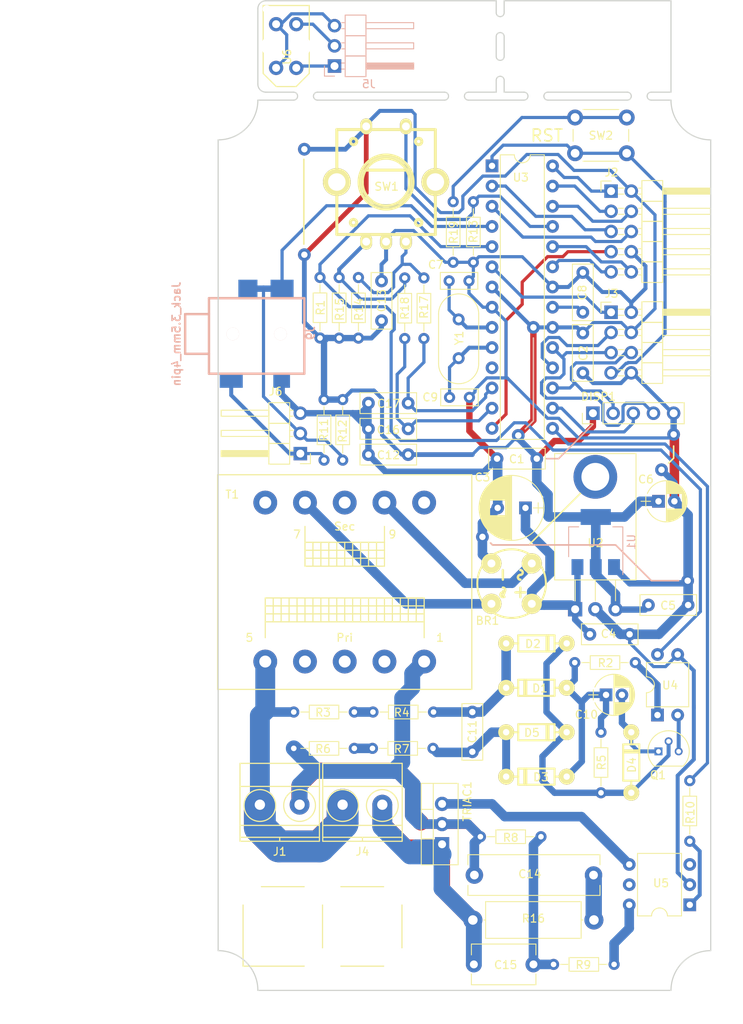
<source format=kicad_pcb>
(kicad_pcb (version 20170123) (host pcbnew "(2017-05-14 revision 14bb238b3)-makepkg")
  (layers (0 F.Cu signal) (31 B.Cu signal) (34 B.Paste user) (35 F.Paste user) (36 B.SilkS user) (37 F.SilkS user) (38 B.Mask user) (39 F.Mask user) (44 Edge.Cuts user))
  (net 0 "")
  (net 1 "Net-(C11-Pad2)")
  (net 2 "Net-(C11-Pad1)")
  (net 3 "Net-(C10-Pad1)")
  (net 4 "Net-(C10-Pad2)")
  (net 5 GND)
  (net 6 /RENC_A)
  (net 7 /RENC_B)
  (net 8 /SW1)
  (net 9 "Net-(J5-Pad1)")
  (net 10 "Net-(J5-Pad3)")
  (net 11 "Net-(J5-Pad2)")
  (net 12 "Net-(Q1-Pad3)")
  (net 13 VCC)
  (net 14 "Net-(R6-Pad1)")
  (net 15 "Net-(R3-Pad1)")
  (net 16 "Net-(R2-Pad1)")
  (net 17 /ZCROSS_PULSE)
  (net 18 /ROT_PULSE)
  (net 19 "Net-(J6-Pad1)")
  (net 20 "Net-(R10-Pad2)")
  (net 21 /TRIAC_DRIVE)
  (net 22 "Net-(R9-Pad1)")
  (net 23 /TX)
  (net 24 /RX)
  (net 25 /SDA)
  (net 26 /SCL)
  (net 27 /RST)
  (net 28 /MOSI)
  (net 29 /SCK)
  (net 30 /MISO)
  (net 31 /DBG)
  (net 32 /SEG_CS)
  (net 33 "Net-(C9-Pad1)")
  (net 34 "Net-(C7-Pad1)")
  (net 35 "Net-(C8-Pad1)")
  (net 36 /VAC_N)
  (net 37 /VAC_L)
  (net 38 /PD6)
  (net 39 /PD7)
  (net 40 "Net-(D2-Pad2)")
  (net 41 "Net-(BR1-Pad1)")
  (net 42 "Net-(BR1-Pad2)")
  (net 43 "Net-(BR1-Pad3)")
  (net 44 "Net-(C15-Pad2)")
  (net 45 "Net-(TRIAC1-Pad3)")
  (net 46 "Net-(C14-Pad2)")
  (net 47 "Net-(C15-Pad1)")
  (net 48 "Net-(U5-Pad3)")
  (net 49 "Net-(U5-Pad5)")
  (net 50 "Net-(U3-Pad11)")
  (net 51 /PC3)
  (net 52 /PB0)
  (net 53 "Net-(R14-Pad1)")
  (net 54 "Net-(R15-Pad1)")
  (net 55 "Net-(R19-Pad1)")
  (module Buttons_Switches_ThroughHole:SW_PUSH_6mm (layer F.Cu) (at 110.744 55.626 180)
    (fp_text reference SW2 (at 3.2512 2.2352 180) (layer F.SilkS))
    (fp_text value SW_SPST)
    (pad 1 thru_hole circle (at 6.5 0 270) (size 2 2) (drill 1.1) (layers *.Cu *.Mask) (net 27 /RST))
    (pad 2 thru_hole circle (at 6.5 4.5 270) (size 2 2) (drill 1.1) (layers *.Cu *.Mask) (net 55 "Net-(R19-Pad1)"))
    (pad 1 thru_hole circle (at 0 0 270) (size 2 2) (drill 1.1) (layers *.Cu *.Mask) (net 27 /RST))
    (pad 2 thru_hole circle (at 0 4.5 270) (size 2 2) (drill 1.1) (layers *.Cu *.Mask) (net 55 "Net-(R19-Pad1)"))
  )
  (module Pin_Headers:Pin_Header_Angled_2x05_Pitch2.54mm (layer F.Cu) (at 108.7755 60.3885)
    (fp_text reference J2 (at 0.0635 -2.3495) (layer F.SilkS))
    (fp_text value AUX/CONTROL)
    (pad 1 thru_hole rect (at 0 0) (size 1.7 1.7) (drill 1) (layers *.Cu *.Mask) (net 26 /SCL))
    (pad 2 thru_hole oval (at 2.54 0) (size 1.7 1.7) (drill 1) (layers *.Cu *.Mask) (net 13 VCC))
    (pad 3 thru_hole oval (at 0 2.54) (size 1.7 1.7) (drill 1) (layers *.Cu *.Mask) (net 25 /SDA))
    (pad 4 thru_hole oval (at 2.54 2.54) (size 1.7 1.7) (drill 1) (layers *.Cu *.Mask) (net 51 /PC3))
    (pad 5 thru_hole oval (at 0 5.08) (size 1.7 1.7) (drill 1) (layers *.Cu *.Mask) (net 24 /RX))
    (pad 6 thru_hole oval (at 2.54 5.08) (size 1.7 1.7) (drill 1) (layers *.Cu *.Mask) (net 23 /TX))
    (pad 7 thru_hole oval (at 0 7.62) (size 1.7 1.7) (drill 1) (layers *.Cu *.Mask) (net 52 /PB0))
    (pad 8 thru_hole oval (at 2.54 7.62) (size 1.7 1.7) (drill 1) (layers *.Cu *.Mask) (net 5 GND))
    (pad 9 thru_hole oval (at 0 10.16) (size 1.7 1.7) (drill 1) (layers *.Cu *.Mask) (net 38 /PD6))
    (pad 10 thru_hole oval (at 2.54 10.16) (size 1.7 1.7) (drill 1) (layers *.Cu *.Mask) (net 39 /PD7))
  )
  (module Resistors_ThroughHole:R_Axial_DIN0204_L3.6mm_D1.6mm_P7.62mm_Horizontal (layer F.Cu) (at 88.9 61.722 270)
    (fp_text reference R19 (at 3.8608 -0.0508 270) (layer F.SilkS))
    (fp_text value 360)
    (pad 2 thru_hole oval (at 7.62 0 270) (size 1.4 1.4) (drill 0.7) (layers *.Cu *.Mask) (net 5 GND))
    (pad 1 thru_hole circle (at 0 0 270) (size 1.4 1.4) (drill 0.7) (layers *.Cu *.Mask) (net 55 "Net-(R19-Pad1)"))
  )
  (module Pin_Headers:Pin_Header_Angled_1x03_Pitch2.54mm (layer F.Cu) (at 69.6595 93.4085 180)
    (fp_text reference J6 (at 3.1115 7.8105 180) (layer F.SilkS))
    (fp_text value CONN_01X03)
    (pad 1 thru_hole rect (at 0 0 180) (size 1.7 1.7) (drill 1) (layers *.Cu *.Mask) (net 19 "Net-(J6-Pad1)"))
    (pad 2 thru_hole oval (at 0 2.54 180) (size 1.7 1.7) (drill 1) (layers *.Cu *.Mask) (net 18 /ROT_PULSE))
    (pad 3 thru_hole oval (at 0 5.08 180) (size 1.7 1.7) (drill 1) (layers *.Cu *.Mask) (net 5 GND))
  )
  (module iotta_footprints:JUMPER_PIN (layer F.Cu) (at 70.1675 55.118)
    (fp_text reference J8 hide)
    (fp_text value VCC_JUMPER hide)
    (pad 1 thru_hole circle (at 0 0) (size 1.6 1.6) (drill 0.8) (layers *.Cu *.Mask) (net 13 VCC))
  )
  (module w_misc_comp:encoder_alps-ec12d (layer F.Cu) (at 80.4545 59.2455)
    (fp_text reference SW1 (at 0.0635 0.5715) (layer F.SilkS))
    (fp_text value Rotary_Encoder_Switch hide)
    (pad 4 thru_hole oval (at 2.49936 -7.00024) (size 1.50114 1.99898) (drill 1.00076) (layers *.Cu *.Mask F.SilkS) (net 8 /SW1))
    (pad 5 thru_hole oval (at -2.49936 -7.00024) (size 1.50114 1.99898) (drill 1.00076) (layers *.Cu *.Mask F.SilkS) (net 13 VCC))
    (pad "" thru_hole circle (at 6.20014 0) (size 3.50012 3.50012) (drill 2.19964) (layers *.Cu *.Mask F.SilkS))
    (pad "" thru_hole circle (at -6.20014 0) (size 3.50012 3.50012) (drill 2.19964) (layers *.Cu *.Mask F.SilkS))
    (pad 3 thru_hole oval (at 2.49936 7.50062) (size 1.50114 1.99898) (drill 1.00076) (layers *.Cu *.Mask F.SilkS) (net 53 "Net-(R14-Pad1)"))
    (pad 2 thru_hole oval (at 0 7.50062) (size 1.50114 1.99898) (drill 1.00076) (layers *.Cu *.Mask F.SilkS) (net 5 GND))
    (pad 1 thru_hole oval (at -2.49936 7.50062) (size 1.50114 1.99898) (drill 1.00076) (layers *.Cu *.Mask F.SilkS) (net 54 "Net-(R15-Pad1)"))
  )
  (module iotta_footprints:CASE_KEMO_G085N+BREAKAWAY_SENSOR (layer F.Cu) (at 55.316 164.94)
    (fp_text reference CASE1)
    (fp_text value Case)
    (fp_arc (start 45.5 -116.5) (end 45 -116.5) (angle 90) (layer Edge.Cuts) (width 0.15))
    (fp_arc (start 45.5 -116.5) (end 45.5 -116) (angle 90) (layer Edge.Cuts) (width 0.15))
    (fp_arc (start 39.5 -124) (end 39 -124) (angle 90) (layer Edge.Cuts) (width 0.15))
    (fp_arc (start 39.5 -124) (end 39.5 -124.5) (angle 90) (layer Edge.Cuts) (width 0.15))
    (fp_arc (start 39.5 -118.5) (end 39 -118.5) (angle 90) (layer Edge.Cuts) (width 0.15))
    (fp_arc (start 39.5 -118.5) (end 39.5 -119) (angle 90) (layer Edge.Cuts) (width 0.15))
    (fp_arc (start 39.5 -121.5) (end 40 -121.5) (angle 90) (layer Edge.Cuts) (width 0.15))
    (fp_arc (start 39.5 -121.5) (end 39.5 -121) (angle 90) (layer Edge.Cuts) (width 0.15))
    (fp_arc (start 39.5 -127) (end 40 -127) (angle 90) (layer Edge.Cuts) (width 0.15))
    (fp_arc (start 39.5 -127) (end 39.5 -126.5) (angle 90) (layer Edge.Cuts) (width 0.15))
    (fp_arc (start 16.5 -116.5) (end 16.5 -116) (angle 90) (layer Edge.Cuts) (width 0.15))
    (fp_arc (start 16.5 -116.5) (end 16 -116.5) (angle 90) (layer Edge.Cuts) (width 0.15))
    (fp_arc (start 58.5 -116.5) (end 58.5 -116) (angle 90) (layer Edge.Cuts) (width 0.15))
    (fp_arc (start 58.5 -116.5) (end 58 -116.5) (angle 90) (layer Edge.Cuts) (width 0.15))
    (fp_arc (start 55.5 -116.5) (end 55.5 -117) (angle 90) (layer Edge.Cuts) (width 0.15))
    (fp_arc (start 55.5 -116.5) (end 56 -116.5) (angle 90) (layer Edge.Cuts) (width 0.15))
    (fp_arc (start 13.5 -116.5) (end 14 -116.5) (angle 90) (layer Edge.Cuts) (width 0.15))
    (fp_arc (start 13.5 -116.5) (end 13.5 -117) (angle 90) (layer Edge.Cuts) (width 0.15))
    (fp_arc (start 32.5 -116.5) (end 32.5 -117) (angle 90) (layer Edge.Cuts) (width 0.15))
    (fp_arc (start 32.5 -116.5) (end 33 -116.5) (angle 90) (layer Edge.Cuts) (width 0.15))
    (fp_arc (start 35.5 -116.5) (end 35.5 -116) (angle 90) (layer Edge.Cuts) (width 0.15))
    (fp_arc (start 35.5 -116.5) (end 35 -116.5) (angle 90) (layer Edge.Cuts) (width 0.15))
    (fp_arc (start 42.5 -116.5) (end 43 -116.5) (angle 90) (layer Edge.Cuts) (width 0.15))
    (fp_arc (start 42.5 -116.5) (end 42.5 -117) (angle 90) (layer Edge.Cuts) (width 0.15))
    (fp_line (start 42.5 -117) (end 42.5 -117) (layer Edge.Cuts) (width 0.15))
    (fp_line (start 13.5 -116) (end 9 -116) (layer Edge.Cuts) (width 0.15))
    (fp_line (start 42.5 -116) (end 35.5 -116) (layer Edge.Cuts) (width 0.15))
    (fp_line (start 32.5 -116) (end 16.5 -116) (layer Edge.Cuts) (width 0.15))
    (fp_line (start 55.5 -116) (end 45.5 -116) (layer Edge.Cuts) (width 0.15))
    (fp_line (start 61 -116) (end 58.5 -116) (layer Edge.Cuts) (width 0.15))
    (fp_line (start 55.5 -117) (end 45.5 -117) (layer Edge.Cuts) (width 0.15))
    (fp_line (start 61 -117) (end 58.5 -117) (layer Edge.Cuts) (width 0.15))
    (fp_line (start 40 -128.5) (end 40 -127) (layer Edge.Cuts) (width 0.15))
    (fp_line (start 40 -118.5) (end 40 -117) (layer Edge.Cuts) (width 0.15))
    (fp_line (start 40 -124) (end 40 -121.5) (layer Edge.Cuts) (width 0.15))
    (fp_line (start 42.5 -117) (end 40 -117) (layer Edge.Cuts) (width 0.15))
    (fp_line (start 32.5 -117) (end 16.5 -117) (layer Edge.Cuts) (width 0.15))
    (fp_line (start 39 -117) (end 35.5 -117) (layer Edge.Cuts) (width 0.15))
    (fp_arc (start 10 -118) (end 10 -117) (angle 90) (layer Edge.Cuts) (width 0.15))
    (fp_arc (start 10 -127.5) (end 9 -127.5) (angle 90) (layer Edge.Cuts) (width 0.15))
    (fp_line (start 39 -118.5) (end 39 -117) (layer Edge.Cuts) (width 0.15))
    (fp_line (start 39 -124) (end 39 -121.5) (layer Edge.Cuts) (width 0.15))
    (fp_line (start 39 -128.5) (end 39 -127) (layer Edge.Cuts) (width 0.15))
    (fp_line (start 61 -128.5) (end 40 -128.5) (layer Edge.Cuts) (width 0.15))
    (fp_line (start 13.5 -117) (end 10 -117) (layer Edge.Cuts) (width 0.15))
    (fp_line (start 61 -128.5) (end 61 -117) (layer Edge.Cuts) (width 0.15))
    (fp_line (start 10 -128.5) (end 39 -128.5) (layer Edge.Cuts) (width 0.15))
    (fp_line (start 9 -118) (end 9 -127.5) (layer Edge.Cuts) (width 0.15))
    (fp_arc (start 4 -116) (end 9 -116) (angle 90) (layer Edge.Cuts) (width 0.15))
    (fp_arc (start 66 -116) (end 66 -111) (angle 90) (layer Edge.Cuts) (width 0.15))
    (fp_arc (start 66 -4) (end 61 -4) (angle 90) (layer Edge.Cuts) (width 0.15))
    (fp_arc (start 4 -4) (end 4 -9) (angle 90) (layer Edge.Cuts) (width 0.15))
    (fp_line (start 9 -4) (end 61 -4) (layer Edge.Cuts) (width 0.15))
    (fp_line (start 66 -9) (end 66 -111) (layer Edge.Cuts) (width 0.15))
    (fp_line (start 4 -111) (end 4 -9) (layer Edge.Cuts) (width 0.15))
    (pad "" np_thru_hole circle (at 37.5 -120.5) (size 2 2) (drill 2) (layers *.Cu *.Mask))
    (pad "" np_thru_hole circle (at 32.5 -120.5) (size 2 2) (drill 2) (layers *.Cu *.Mask))
    (pad "" np_thru_hole circle (at 32.5 -125.5) (size 2 2) (drill 2) (layers *.Cu *.Mask))
    (pad "" np_thru_hole circle (at 37.5 -125.5) (size 2 2) (drill 2) (layers *.Cu *.Mask))
    (pad "" np_thru_hole circle (at 57.5 -116.5) (size 0.5 0.5) (drill 0.5) (layers *.Cu *.Mask))
    (pad "" np_thru_hole circle (at 56.5 -116.5) (size 0.5 0.5) (drill 0.5) (layers *.Cu *.Mask))
    (pad "" np_thru_hole circle (at 44.5 -116.5) (size 0.5 0.5) (drill 0.5) (layers *.Cu *.Mask))
    (pad "" np_thru_hole circle (at 43.5 -116.5) (size 0.5 0.5) (drill 0.5) (layers *.Cu *.Mask))
    (pad "" np_thru_hole circle (at 39.5 -126) (size 0.5 0.5) (drill 0.5) (layers *.Cu *.Mask))
    (pad "" np_thru_hole circle (at 39.5 -125) (size 0.5 0.5) (drill 0.5) (layers *.Cu *.Mask))
    (pad "" np_thru_hole circle (at 39.5 -120.5) (size 0.5 0.5) (drill 0.5) (layers *.Cu *.Mask))
    (pad "" np_thru_hole circle (at 39.5 -119.5) (size 0.5 0.5) (drill 0.5) (layers *.Cu *.Mask))
    (pad "" np_thru_hole circle (at 34.5 -116.5) (size 0.5 0.5) (drill 0.5) (layers *.Cu *.Mask))
    (pad "" np_thru_hole circle (at 33.5 -116.5) (size 0.5 0.5) (drill 0.5) (layers *.Cu *.Mask))
    (pad "" np_thru_hole circle (at 15.5 -116.5) (size 0.5 0.5) (drill 0.5) (layers *.Cu *.Mask))
    (pad "" np_thru_hole circle (at 14.5 -116.5) (size 0.5 0.5) (drill 0.5) (layers *.Cu *.Mask))
    (pad "" np_thru_hole circle (at 60 -110) (size 3 3) (drill 3) (layers *.Cu *.Mask) (clearance 1.75))
    (pad "" np_thru_hole circle (at 10 -110) (size 3 3) (drill 3) (layers *.Cu *.Mask) (clearance 1.75))
    (pad "" np_thru_hole circle (at 10 -10) (size 3 3) (drill 3) (layers *.Cu *.Mask) (clearance 1.75))
    (pad "" np_thru_hole circle (at 60 -10) (size 3 3) (drill 3) (layers *.Cu *.Mask) (clearance 1.75))
    (pad "" np_thru_hole circle (at 60 -60) (size 3 3) (drill 3) (layers *.Cu *.Mask) (clearance 1.75))
    (pad "" np_thru_hole circle (at 10 -60) (size 3 3) (drill 3) (layers *.Cu *.Mask) (clearance 1.75))
    (pad "" np_thru_hole circle (at 48 -125.5) (size 2 2) (drill 2) (layers *.Cu *.Mask))
    (pad "" np_thru_hole circle (at 43 -125.5) (size 2 2) (drill 2) (layers *.Cu *.Mask))
    (pad "" np_thru_hole circle (at 48 -120.5) (size 2 2) (drill 2) (layers *.Cu *.Mask))
    (pad "" np_thru_hole circle (at 43 -120.5) (size 2 2) (drill 2) (layers *.Cu *.Mask))
  )
  (module Capacitors_ThroughHole:C_Rect_L7.0mm_W2.5mm_P5.00mm (layer F.Cu) (at 79.883 71.6915 270)
    (fp_text reference C13 (at 2.4765 -0.0165 270) (layer F.SilkS))
    (fp_text value 100n)
    (pad 2 thru_hole circle (at 5 0 270) (size 1.6 1.6) (drill 0.8) (layers *.Cu *.Mask) (net 13 VCC))
    (pad 1 thru_hole circle (at 0 0 270) (size 1.6 1.6) (drill 0.8) (layers *.Cu *.Mask) (net 5 GND))
  )
  (module Resistors_ThroughHole:R_Axial_DIN0204_L3.6mm_D1.6mm_P7.62mm_Horizontal (layer F.Cu) (at 76.9747 71.2597 270)
    (fp_text reference R14 (at 4.0005 -0.0635 270) (layer F.SilkS))
    (fp_text value 10k)
    (pad 1 thru_hole circle (at 0 0 270) (size 1.4 1.4) (drill 0.7) (layers *.Cu *.Mask) (net 53 "Net-(R14-Pad1)"))
    (pad 2 thru_hole oval (at 7.62 0 270) (size 1.4 1.4) (drill 0.7) (layers *.Cu *.Mask) (net 13 VCC))
  )
  (module Resistors_ThroughHole:R_Axial_DIN0204_L3.6mm_D1.6mm_P7.62mm_Horizontal (layer F.Cu) (at 74.549 71.2597 270)
    (fp_text reference R15 (at 4.0005 -0.0635 270) (layer F.SilkS))
    (fp_text value 10k)
    (pad 2 thru_hole oval (at 7.62 0 270) (size 1.4 1.4) (drill 0.7) (layers *.Cu *.Mask) (net 13 VCC))
    (pad 1 thru_hole circle (at 0 0 270) (size 1.4 1.4) (drill 0.7) (layers *.Cu *.Mask) (net 54 "Net-(R15-Pad1)"))
  )
  (module Resistors_ThroughHole:R_Axial_DIN0204_L3.6mm_D1.6mm_P7.62mm_Horizontal (layer F.Cu) (at 82.804 71.3105 270)
    (fp_text reference R18 (at 3.81 0 270) (layer F.SilkS))
    (fp_text value 2k2)
    (pad 2 thru_hole oval (at 7.62 0 270) (size 1.4 1.4) (drill 0.7) (layers *.Cu *.Mask) (net 6 /RENC_A))
    (pad 1 thru_hole circle (at 0 0 270) (size 1.4 1.4) (drill 0.7) (layers *.Cu *.Mask) (net 54 "Net-(R15-Pad1)"))
  )
  (module Crystals:Crystal_HC49-U_Vertical (layer F.Cu) (at 89.587 76.5283 270)
    (fp_text reference Y1 (at 2.3387 -0.075 270) (layer F.SilkS))
    (fp_text value 16MHz)
    (pad 1 thru_hole circle (at 0 0 270) (size 1.5 1.5) (drill 0.8) (layers *.Cu *.Mask) (net 34 "Net-(C7-Pad1)"))
    (pad 2 thru_hole circle (at 4.88 0 270) (size 1.5 1.5) (drill 0.8) (layers *.Cu *.Mask) (net 33 "Net-(C9-Pad1)"))
  )
  (module Capacitors_ThroughHole:C_Rect_L7.0mm_W2.5mm_P5.00mm (layer F.Cu) (at 78.232 90.297)
    (fp_text reference C16 (at 2.5 0.127) (layer F.SilkS))
    (fp_text value 47n)
    (pad 1 thru_hole circle (at 0 0) (size 1.6 1.6) (drill 0.8) (layers *.Cu *.Mask) (net 5 GND))
    (pad 2 thru_hole circle (at 5 0) (size 1.6 1.6) (drill 0.8) (layers *.Cu *.Mask) (net 6 /RENC_A))
  )
  (module Capacitors_ThroughHole:C_Rect_L7.0mm_W2.5mm_P5.00mm (layer F.Cu) (at 78.232 87.0585)
    (fp_text reference C17 (at 2.54 0.0635) (layer F.SilkS))
    (fp_text value 47n)
    (pad 2 thru_hole circle (at 5 0) (size 1.6 1.6) (drill 0.8) (layers *.Cu *.Mask) (net 7 /RENC_B))
    (pad 1 thru_hole circle (at 0 0) (size 1.6 1.6) (drill 0.8) (layers *.Cu *.Mask) (net 5 GND))
  )
  (module Resistors_ThroughHole:R_Axial_DIN0204_L3.6mm_D1.6mm_P7.62mm_Horizontal (layer F.Cu) (at 85.217 71.3105 270)
    (fp_text reference R17 (at 3.683 0 270) (layer F.SilkS))
    (fp_text value 2k2)
    (pad 1 thru_hole circle (at 0 0 270) (size 1.4 1.4) (drill 0.7) (layers *.Cu *.Mask) (net 53 "Net-(R14-Pad1)"))
    (pad 2 thru_hole oval (at 7.62 0 270) (size 1.4 1.4) (drill 0.7) (layers *.Cu *.Mask) (net 7 /RENC_B))
  )
  (module Housings_DIP:DIP-28_W7.62mm (layer F.Cu) (at 93.7895 57.2135)
    (fp_text reference U3 (at 3.6195 1.4605) (layer F.SilkS))
    (fp_text value ATMEGA328P-PU)
    (pad 28 thru_hole oval (at 7.62 0) (size 1.6 1.6) (drill 0.8) (layers *.Cu *.Mask) (net 26 /SCL))
    (pad 14 thru_hole oval (at 0 33.02) (size 1.6 1.6) (drill 0.8) (layers *.Cu *.Mask) (net 52 /PB0))
    (pad 27 thru_hole oval (at 7.62 2.54) (size 1.6 1.6) (drill 0.8) (layers *.Cu *.Mask) (net 25 /SDA))
    (pad 13 thru_hole oval (at 0 30.48) (size 1.6 1.6) (drill 0.8) (layers *.Cu *.Mask) (net 6 /RENC_A))
    (pad 26 thru_hole oval (at 7.62 5.08) (size 1.6 1.6) (drill 0.8) (layers *.Cu *.Mask) (net 51 /PC3))
    (pad 12 thru_hole oval (at 0 27.94) (size 1.6 1.6) (drill 0.8) (layers *.Cu *.Mask) (net 7 /RENC_B))
    (pad 25 thru_hole oval (at 7.62 7.62) (size 1.6 1.6) (drill 0.8) (layers *.Cu *.Mask) (net 8 /SW1))
    (pad 11 thru_hole oval (at 0 25.4) (size 1.6 1.6) (drill 0.8) (layers *.Cu *.Mask) (net 50 "Net-(U3-Pad11)"))
    (pad 24 thru_hole oval (at 7.62 10.16) (size 1.6 1.6) (drill 0.8) (layers *.Cu *.Mask) (net 39 /PD7))
    (pad 10 thru_hole oval (at 0 22.86) (size 1.6 1.6) (drill 0.8) (layers *.Cu *.Mask) (net 33 "Net-(C9-Pad1)"))
    (pad 23 thru_hole oval (at 7.62 12.7) (size 1.6 1.6) (drill 0.8) (layers *.Cu *.Mask) (net 38 /PD6))
    (pad 9 thru_hole oval (at 0 20.32) (size 1.6 1.6) (drill 0.8) (layers *.Cu *.Mask) (net 34 "Net-(C7-Pad1)"))
    (pad 22 thru_hole oval (at 7.62 15.24) (size 1.6 1.6) (drill 0.8) (layers *.Cu *.Mask) (net 5 GND))
    (pad 8 thru_hole oval (at 0 17.78) (size 1.6 1.6) (drill 0.8) (layers *.Cu *.Mask) (net 5 GND))
    (pad 21 thru_hole oval (at 7.62 17.78) (size 1.6 1.6) (drill 0.8) (layers *.Cu *.Mask) (net 35 "Net-(C8-Pad1)"))
    (pad 7 thru_hole oval (at 0 15.24) (size 1.6 1.6) (drill 0.8) (layers *.Cu *.Mask) (net 13 VCC))
    (pad 20 thru_hole oval (at 7.62 20.32) (size 1.6 1.6) (drill 0.8) (layers *.Cu *.Mask) (net 13 VCC))
    (pad 6 thru_hole oval (at 0 12.7) (size 1.6 1.6) (drill 0.8) (layers *.Cu *.Mask) (net 31 /DBG))
    (pad 19 thru_hole oval (at 7.62 22.86) (size 1.6 1.6) (drill 0.8) (layers *.Cu *.Mask) (net 29 /SCK))
    (pad 5 thru_hole oval (at 0 10.16) (size 1.6 1.6) (drill 0.8) (layers *.Cu *.Mask) (net 17 /ZCROSS_PULSE))
    (pad 18 thru_hole oval (at 7.62 25.4) (size 1.6 1.6) (drill 0.8) (layers *.Cu *.Mask) (net 30 /MISO))
    (pad 4 thru_hole oval (at 0 7.62) (size 1.6 1.6) (drill 0.8) (layers *.Cu *.Mask) (net 18 /ROT_PULSE))
    (pad 17 thru_hole oval (at 7.62 27.94) (size 1.6 1.6) (drill 0.8) (layers *.Cu *.Mask) (net 28 /MOSI))
    (pad 3 thru_hole oval (at 0 5.08) (size 1.6 1.6) (drill 0.8) (layers *.Cu *.Mask) (net 23 /TX))
    (pad 16 thru_hole oval (at 7.62 30.48) (size 1.6 1.6) (drill 0.8) (layers *.Cu *.Mask) (net 32 /SEG_CS))
    (pad 2 thru_hole oval (at 0 2.54) (size 1.6 1.6) (drill 0.8) (layers *.Cu *.Mask) (net 24 /RX))
    (pad 15 thru_hole oval (at 7.62 33.02) (size 1.6 1.6) (drill 0.8) (layers *.Cu *.Mask) (net 21 /TRIAC_DRIVE))
    (pad 1 thru_hole rect (at 0 0) (size 1.6 1.6) (drill 0.8) (layers *.Cu *.Mask) (net 27 /RST))
  )
  (module w_conn_av:jack_3.5_sj1-3514-smt (layer B.Cu) (at 64.262 78.359 90)
    (fp_text reference J9 (at 0.1 6.7 90) (layer B.SilkS) (effects (font (size 0.99822 0.99822) (thickness 0.19812)) (justify mirror)))
    (fp_text value Jack_3.5mm_4pin (at 0 -10.2 90) (layer B.SilkS) (effects (font (size 0.99822 0.99822) (thickness 0.19812)) (justify mirror)))
    (pad "" np_thru_hole circle (at 0 -3.1 90) (size 1.6 1.6) (drill 1.6) (layers *.Cu *.Mask B.SilkS))
    (pad "" np_thru_hole circle (at 0 2.9 90) (size 1.6 1.6) (drill 1.6) (layers *.Cu *.Mask B.SilkS))
    (pad 1 smd rect (at -5.9 -3.3 90) (size 1.75 2.9) (layers B.Cu B.Paste B.Mask) (net 19 "Net-(J6-Pad1)"))
    (pad 3 smd rect (at 5.7 3.1 90) (size 2.25 2.9) (layers B.Cu B.Paste B.Mask) (net 18 /ROT_PULSE))
    (pad 4 smd rect (at -5.9 3.05 90) (size 1.75 2.1) (layers B.Cu B.Paste B.Mask) (net 5 GND))
    (pad 2 smd rect (at 5.7 -1.2 90) (size 2.25 2.4) (layers B.Cu B.Paste B.Mask) (net 18 /ROT_PULSE))
  )
  (module iotta_footprints:TO-220_Horizontal_connected_tab (layer F.Cu) (at 104.2543 112.9919)
    (fp_text reference U2 (at 2.5527 -8.3439) (layer F.SilkS))
    (fp_text value LM2940CT-5.0)
    (pad 2 thru_hole oval (at 2.54 -16.66) (size 5.5 5.5) (drill 3.5) (layers *.Cu *.Mask) (net 5 GND))
    (pad 1 thru_hole rect (at 0 0) (size 1.8 1.8) (drill 1) (layers *.Cu *.Mask) (net 41 "Net-(BR1-Pad1)"))
    (pad 2 thru_hole oval (at 2.54 0) (size 1.8 1.8) (drill 1) (layers *.Cu *.Mask) (net 5 GND))
    (pad 3 thru_hole oval (at 5.08 0) (size 1.8 1.8) (drill 1) (layers *.Cu *.Mask) (net 13 VCC))
  )
  (module iotta_footprints:WireStrap_2X_5HOLES (layer F.Cu) (at 72.4535 147.8915)
    (fp_text reference WIRESTRAP1 hide)
    (fp_text value "2x Ziplock wire strap")
    (pad "" np_thru_hole circle (at 0 0) (size 4.5 4.5) (drill 4.5) (layers *.Cu *.Mask))
    (pad "" np_thru_hole circle (at 0 10) (size 4.5 4.5) (drill 4.5) (layers *.Cu *.Mask))
    (pad "" np_thru_hole circle (at -10 0) (size 4.5 4.5) (drill 4.5) (layers *.Cu *.Mask))
    (pad "" np_thru_hole circle (at 10 0) (size 4.5 4.5) (drill 4.5) (layers *.Cu *.Mask))
    (pad "" np_thru_hole circle (at 10 10) (size 4.5 4.5) (drill 4.5) (layers *.Cu *.Mask))
  )
  (module Pin_Headers:Pin_Header_Angled_1x03_Pitch2.54mm (layer B.Cu) (at 73.9648 44.6532)
    (fp_text reference J5 (at 4.315 2.27) (layer B.SilkS) (effects (justify mirror)))
    (fp_text value CONN_01X03)
    (pad 3 thru_hole oval (at 0 -5.08) (size 1.7 1.7) (drill 1) (layers *.Cu *.Mask) (net 10 "Net-(J5-Pad3)"))
    (pad 2 thru_hole oval (at 0 -2.54) (size 1.7 1.7) (drill 1) (layers *.Cu *.Mask) (net 11 "Net-(J5-Pad2)"))
    (pad 1 thru_hole rect (at 0 0) (size 1.7 1.7) (drill 1) (layers *.Cu *.Mask) (net 9 "Net-(J5-Pad1)"))
  )
  (module iotta_footprints:JUMPER_PIN (layer F.Cu) (at 92.583 103.886)
    (fp_text reference J7 hide)
    (fp_text value GND_JUMPER hide)
    (pad 1 thru_hole circle (at 0 0) (size 1.6 1.6) (drill 0.8) (layers *.Cu *.Mask) (net 5 GND))
  )
  (module iotta_footprints:JUMPER_PIN (layer F.Cu) (at 118.4148 109.3978)
    (fp_text reference J7 hide)
    (fp_text value GND_JUMPER hide)
    (pad 1 thru_hole circle (at 0 0) (size 1.6 1.6) (drill 0.8) (layers *.Cu *.Mask) (net 5 GND))
  )
  (module iotta_footprints:JUMPER_PIN (layer F.Cu) (at 97.0915 91.1225)
    (fp_text reference J8 hide)
    (fp_text value VCC_JUMPER hide)
    (pad 1 thru_hole circle (at 0 0) (size 1.6 1.6) (drill 0.8) (layers *.Cu *.Mask) (net 13 VCC))
  )
  (module iotta_footprints:JUMPER_PIN (layer F.Cu) (at 70.1675 68.3895)
    (fp_text reference J8 hide)
    (fp_text value VCC_JUMPER hide)
    (pad 1 thru_hole circle (at 0 0) (size 1.6 1.6) (drill 0.8) (layers *.Cu *.Mask) (net 13 VCC))
  )
  (module iotta_footprints:JUMPER_PIN (layer F.Cu) (at 115.1255 95.4405)
    (fp_text reference J7 hide)
    (fp_text value GND_JUMPER hide)
    (pad 1 thru_hole circle (at 0 0) (size 1.6 1.6) (drill 0.8) (layers *.Cu *.Mask) (net 5 GND))
  )
  (module iotta_footprints:JUMPER_PIN (layer F.Cu) (at 116.6495 90.9955)
    (fp_text reference J7 hide)
    (fp_text value GND_JUMPER hide)
    (pad 1 thru_hole circle (at 0 0) (size 1.6 1.6) (drill 0.8) (layers *.Cu *.Mask) (net 5 GND))
  )
  (module iotta_footprints:JUMPER_PIN (layer F.Cu) (at 98.9965 77.5335)
    (fp_text reference J8 hide)
    (fp_text value VCC_JUMPER hide)
    (pad 1 thru_hole circle (at 0 0) (size 1.6 1.6) (drill 0.8) (layers *.Cu *.Mask) (net 13 VCC))
  )
  (module Resistors_ThroughHole:R_Axial_DIN0204_L3.6mm_D1.6mm_P7.62mm_Horizontal (layer F.Cu) (at 91.44 69.342 90)
    (fp_text reference R13 (at 3.8735 0 90) (layer F.SilkS))
    (fp_text value 10k)
    (pad 2 thru_hole oval (at 7.62 0 90) (size 1.4 1.4) (drill 0.7) (layers *.Cu *.Mask) (net 8 /SW1))
    (pad 1 thru_hole circle (at 0 0 90) (size 1.4 1.4) (drill 0.7) (layers *.Cu *.Mask) (net 5 GND))
  )
  (module Housings_DIP:DIP-4_W7.62mm (layer F.Cu) (at 114.6175 126.3015 90)
    (fp_text reference U4 (at 3.7465 1.5875 180) (layer F.SilkS))
    (fp_text value PC817)
    (pad 4 thru_hole oval (at 7.62 0 90) (size 1.6 1.6) (drill 0.8) (layers *.Cu *.Mask) (net 17 /ZCROSS_PULSE))
    (pad 2 thru_hole oval (at 0 2.54 90) (size 1.6 1.6) (drill 0.8) (layers *.Cu *.Mask) (net 12 "Net-(Q1-Pad3)"))
    (pad 3 thru_hole oval (at 7.62 2.54 90) (size 1.6 1.6) (drill 0.8) (layers *.Cu *.Mask) (net 5 GND))
    (pad 1 thru_hole rect (at 0 0 90) (size 1.6 1.6) (drill 0.8) (layers *.Cu *.Mask) (net 16 "Net-(R2-Pad1)"))
  )
  (module Capacitors_ThroughHole:C_Rect_L7.0mm_W2.5mm_P5.00mm (layer F.Cu) (at 105.2195 75.6285 90)
    (fp_text reference C8 (at 2.4765 -0.0635 90) (layer F.SilkS))
    (fp_text value 100n)
    (pad 2 thru_hole circle (at 5 0 90) (size 1.6 1.6) (drill 0.8) (layers *.Cu *.Mask) (net 5 GND))
    (pad 1 thru_hole circle (at 0 0 90) (size 1.6 1.6) (drill 0.8) (layers *.Cu *.Mask) (net 35 "Net-(C8-Pad1)"))
  )
  (module Pin_Headers:Pin_Header_Angled_2x04_Pitch2.54mm (layer F.Cu) (at 108.7755 75.6285)
    (fp_text reference J3 (at 0.0635 -2.3495) (layer F.SilkS))
    (fp_text value ICP)
    (pad 8 thru_hole oval (at 2.54 7.62) (size 1.7 1.7) (drill 1) (layers *.Cu *.Mask) (net 5 GND))
    (pad 7 thru_hole oval (at 0 7.62) (size 1.7 1.7) (drill 1) (layers *.Cu *.Mask) (net 27 /RST))
    (pad 6 thru_hole oval (at 2.54 5.08) (size 1.7 1.7) (drill 1) (layers *.Cu *.Mask) (net 28 /MOSI))
    (pad 5 thru_hole oval (at 0 5.08) (size 1.7 1.7) (drill 1) (layers *.Cu *.Mask) (net 29 /SCK))
    (pad 4 thru_hole oval (at 2.54 2.54) (size 1.7 1.7) (drill 1) (layers *.Cu *.Mask) (net 13 VCC))
    (pad 3 thru_hole oval (at 0 2.54) (size 1.7 1.7) (drill 1) (layers *.Cu *.Mask) (net 30 /MISO))
    (pad 2 thru_hole oval (at 2.54 0) (size 1.7 1.7) (drill 1) (layers *.Cu *.Mask) (net 5 GND))
    (pad 1 thru_hole rect (at 0 0) (size 1.7 1.7) (drill 1) (layers *.Cu *.Mask) (net 31 /DBG))
  )
  (module Resistors_ThroughHole:R_Axial_DIN0204_L3.6mm_D1.6mm_P7.62mm_Horizontal (layer F.Cu) (at 74.9935 94.234 90)
    (fp_text reference R12 (at 3.6485 -0.0185 90) (layer F.SilkS))
    (fp_text value 10k)
    (pad 2 thru_hole oval (at 7.62 0 90) (size 1.4 1.4) (drill 0.7) (layers *.Cu *.Mask) (net 13 VCC))
    (pad 1 thru_hole circle (at 0 0 90) (size 1.4 1.4) (drill 0.7) (layers *.Cu *.Mask) (net 18 /ROT_PULSE))
  )
  (module Transformers_CHK:Trafo_CHK-EI30-2VA_1xSec (layer F.Cu) (at 75.2475 109.57052 90)
    (fp_text reference T1 (at 11.01852 -14.1605 180) (layer F.SilkS))
    (fp_text value "230 - 6VAC (Spitznagel SPK 01406)")
    (fp_text user 1 (at -7.00024 11.99896 180) (layer F.SilkS))
    (fp_text user 5 (at -7.00024 -11.99896 180) (layer F.SilkS))
    (fp_text user 7 (at 5.99948 -5.99948 180) (layer F.SilkS))
    (fp_text user 9 (at 5.99948 6.00202 180) (layer F.SilkS))
    (fp_text user Pri (at -7.00024 0 180) (layer F.SilkS))
    (fp_text user Sec (at 7.00024 0 180) (layer F.SilkS))
    (pad 10 thru_hole circle (at 9.99998 9.99998 90) (size 2.99974 2.99974) (drill 1.50114) (layers *.Cu *.Mask))
    (pad 9 thru_hole circle (at 9.99998 5.00126 90) (size 2.99974 2.99974) (drill 1.50114) (layers *.Cu *.Mask) (net 42 "Net-(BR1-Pad2)"))
    (pad 8 thru_hole circle (at 9.99998 0 90) (size 2.99974 2.99974) (drill 1.50114) (layers *.Cu *.Mask))
    (pad 7 thru_hole circle (at 9.99998 -5.00126 90) (size 2.99974 2.99974) (drill 1.50114) (layers *.Cu *.Mask) (net 43 "Net-(BR1-Pad3)"))
    (pad 6 thru_hole circle (at 9.99998 -9.99998 90) (size 2.99974 2.99974) (drill 1.50114) (layers *.Cu *.Mask))
    (pad 5 thru_hole circle (at -9.99998 -9.99998 90) (size 2.99974 2.99974) (drill 1.50114) (layers *.Cu *.Mask) (net 36 /VAC_N))
    (pad 4 thru_hole circle (at -9.99998 -5.00126 90) (size 2.99974 2.99974) (drill 1.50114) (layers *.Cu *.Mask))
    (pad 3 thru_hole circle (at -9.99998 0 90) (size 2.99974 2.99974) (drill 1.50114) (layers *.Cu *.Mask))
    (pad 2 thru_hole circle (at -9.99998 5.00126 90) (size 2.99974 2.99974) (drill 1.50114) (layers *.Cu *.Mask))
    (pad 1 thru_hole circle (at -9.99998 9.99998 90) (size 2.99974 2.99974) (drill 1.50114) (layers *.Cu *.Mask) (net 37 /VAC_L))
  )
  (module Terminal_Blocks:TerminalBlock_Pheonix_MKDS1.5-2pol (layer F.Cu) (at 64.5668 137.5791)
    (fp_text reference J1 (at 2.5 5.9) (layer F.SilkS))
    (fp_text value "VAC 230V")
    (pad 1 thru_hole rect (at 0 0) (size 2.5 2.5) (drill 1.3) (layers *.Cu *.Mask) (net 36 /VAC_N))
    (pad 2 thru_hole circle (at 5 0) (size 2.5 2.5) (drill 1.3) (layers *.Cu *.Mask) (net 37 /VAC_L))
  )
  (module Capacitors_ThroughHole:C_Disc_D8.0mm_W5.0mm_P7.50mm (layer F.Cu) (at 99.0035 157.6705 180)
    (fp_text reference C15 (at 3.4995 -0.0635 180) (layer F.SilkS))
    (fp_text value 1n)
    (pad 2 thru_hole circle (at 7.5 0 180) (size 2 2) (drill 1) (layers *.Cu *.Mask) (net 44 "Net-(C15-Pad2)"))
    (pad 1 thru_hole circle (at 0 0 180) (size 2 2) (drill 1) (layers *.Cu *.Mask) (net 47 "Net-(C15-Pad1)"))
  )
  (module Resistors_ThroughHole:R_Axial_DIN0204_L3.6mm_D1.6mm_P7.62mm_Horizontal (layer F.Cu) (at 107.5055 136.0805 90)
    (fp_text reference R5 (at 3.81 0.0635 90) (layer F.SilkS))
    (fp_text value 33k)
    (pad 1 thru_hole circle (at 0 0 90) (size 1.4 1.4) (drill 0.7) (layers *.Cu *.Mask) (net 40 "Net-(D2-Pad2)"))
    (pad 2 thru_hole oval (at 7.62 0 90) (size 1.4 1.4) (drill 0.7) (layers *.Cu *.Mask) (net 3 "Net-(C10-Pad1)"))
  )
  (module Housings_DIP:DIP-6_W7.62mm (layer F.Cu) (at 118.6815 150.1775 180)
    (fp_text reference U5 (at 3.6195 2.7305 180) (layer F.SilkS))
    (fp_text value MOC3020M)
    (pad 6 thru_hole oval (at 7.62 0 180) (size 1.6 1.6) (drill 0.8) (layers *.Cu *.Mask) (net 22 "Net-(R9-Pad1)"))
    (pad 3 thru_hole oval (at 0 5.08 180) (size 1.6 1.6) (drill 0.8) (layers *.Cu *.Mask) (net 48 "Net-(U5-Pad3)"))
    (pad 5 thru_hole oval (at 7.62 2.54 180) (size 1.6 1.6) (drill 0.8) (layers *.Cu *.Mask) (net 49 "Net-(U5-Pad5)"))
    (pad 2 thru_hole oval (at 0 2.54 180) (size 1.6 1.6) (drill 0.8) (layers *.Cu *.Mask) (net 5 GND))
    (pad 4 thru_hole oval (at 7.62 5.08 180) (size 1.6 1.6) (drill 0.8) (layers *.Cu *.Mask) (net 45 "Net-(TRIAC1-Pad3)"))
    (pad 1 thru_hole rect (at 0 0 180) (size 1.6 1.6) (drill 0.8) (layers *.Cu *.Mask) (net 20 "Net-(R10-Pad2)"))
  )
  (module Terminal_Blocks:TerminalBlock_Pheonix_MKDS1.5-2pol (layer F.Cu) (at 74.9808 137.5791)
    (fp_text reference J4 (at 2.5 5.9) (layer F.SilkS))
    (fp_text value "Load output")
    (pad 2 thru_hole circle (at 5 0) (size 2.5 2.5) (drill 1.3) (layers *.Cu *.Mask) (net 44 "Net-(C15-Pad2)"))
    (pad 1 thru_hole rect (at 0 0) (size 2.5 2.5) (drill 1.3) (layers *.Cu *.Mask) (net 36 /VAC_N))
  )
  (module TO_SOT_Packages_SMD:SOT-223 (layer B.Cu) (at 106.8451 104.5337 90)
    (fp_text reference U1 (at 0 4.5 90) (layer B.SilkS) (effects (justify mirror)))
    (fp_text value LT1117-5)
    (pad 4 smd rect (at 3.15 0 90) (size 2 3.8) (layers B.Cu B.Paste B.Mask) (net 13 VCC))
    (pad 2 smd rect (at -3.15 0 90) (size 2 1.5) (layers B.Cu B.Paste B.Mask) (net 13 VCC))
    (pad 3 smd rect (at -3.15 -2.3 90) (size 2 1.5) (layers B.Cu B.Paste B.Mask) (net 41 "Net-(BR1-Pad1)"))
    (pad 1 smd rect (at -3.15 2.3 90) (size 2 1.5) (layers B.Cu B.Paste B.Mask) (net 5 GND))
  )
  (module Capacitors_ThroughHole:C_Rect_L7.0mm_W2.5mm_P5.00mm (layer F.Cu) (at 106.1085 116.1415)
    (fp_text reference C4 (at 2.3495 -0.0635) (layer F.SilkS))
    (fp_text value 470n)
    (pad 1 thru_hole circle (at 0 0) (size 1.6 1.6) (drill 0.8) (layers *.Cu *.Mask) (net 41 "Net-(BR1-Pad1)"))
    (pad 2 thru_hole circle (at 5 0) (size 1.6 1.6) (drill 0.8) (layers *.Cu *.Mask) (net 5 GND))
  )
  (module Capacitors_ThroughHole:C_Rect_L7.0mm_W2.5mm_P5.00mm (layer F.Cu) (at 99.4245 94.0435 180)
    (fp_text reference C1 (at 2.5235 -0.0635 180) (layer F.SilkS))
    (fp_text value 100n)
    (pad 2 thru_hole circle (at 5 0 180) (size 1.6 1.6) (drill 0.8) (layers *.Cu *.Mask) (net 5 GND))
    (pad 1 thru_hole circle (at 0 0 180) (size 1.6 1.6) (drill 0.8) (layers *.Cu *.Mask) (net 13 VCC))
  )
  (module Capacitors_ThroughHole:C_Rect_L4.6mm_W2.0mm_P2.50mm_MKS02_FKP02 (layer F.Cu) (at 88.392 71.6788)
    (fp_text reference C7 (at -1.6764 -2.032) (layer F.SilkS))
    (fp_text value 27p)
    (pad 2 thru_hole circle (at 2.5 0) (size 1.4 1.4) (drill 0.7) (layers *.Cu *.Mask) (net 5 GND))
    (pad 1 thru_hole circle (at 0 0) (size 1.4 1.4) (drill 0.7) (layers *.Cu *.Mask) (net 34 "Net-(C7-Pad1)"))
  )
  (module Capacitors_ThroughHole:C_Rect_L4.6mm_W2.0mm_P2.50mm_MKS02_FKP02 (layer F.Cu) (at 88.4428 86.3346)
    (fp_text reference C9 (at -2.432 -0.0108) (layer F.SilkS))
    (fp_text value 27p)
    (pad 1 thru_hole circle (at 0 0) (size 1.4 1.4) (drill 0.7) (layers *.Cu *.Mask) (net 33 "Net-(C9-Pad1)"))
    (pad 2 thru_hole circle (at 2.5 0) (size 1.4 1.4) (drill 0.7) (layers *.Cu *.Mask) (net 5 GND))
  )
  (module Capacitors_ThroughHole:C_Rect_L7.0mm_W2.5mm_P5.00mm (layer F.Cu) (at 105.2195 83.2485 90)
    (fp_text reference C2 (at 2.4765 0.0635 90) (layer F.SilkS))
    (fp_text value 100n)
    (pad 2 thru_hole circle (at 5 0 90) (size 1.6 1.6) (drill 0.8) (layers *.Cu *.Mask) (net 13 VCC))
    (pad 1 thru_hole circle (at 0 0 90) (size 1.6 1.6) (drill 0.8) (layers *.Cu *.Mask) (net 5 GND))
  )
  (module Resistors_ThroughHole:R_Axial_DIN0204_L3.6mm_D1.6mm_P7.62mm_Horizontal (layer F.Cu) (at 86.36 130.4925 180)
    (fp_text reference R7 (at 3.937 -0.0635 180) (layer F.SilkS))
    (fp_text value 220k)
    (pad 2 thru_hole oval (at 7.62 0 180) (size 1.4 1.4) (drill 0.7) (layers *.Cu *.Mask) (net 14 "Net-(R6-Pad1)"))
    (pad 1 thru_hole circle (at 0 0 180) (size 1.4 1.4) (drill 0.7) (layers *.Cu *.Mask) (net 1 "Net-(C11-Pad2)"))
  )
  (module Resistors_ThroughHole:R_Axial_DIN0204_L3.6mm_D1.6mm_P7.62mm_Horizontal (layer F.Cu) (at 76.454 130.4925 180)
    (fp_text reference R6 (at 3.937 -0.0635 180) (layer F.SilkS))
    (fp_text value 120k)
    (pad 2 thru_hole oval (at 7.62 0 180) (size 1.4 1.4) (drill 0.7) (layers *.Cu *.Mask) (net 37 /VAC_L))
    (pad 1 thru_hole circle (at 0 0 180) (size 1.4 1.4) (drill 0.7) (layers *.Cu *.Mask) (net 14 "Net-(R6-Pad1)"))
  )
  (module Resistors_ThroughHole:R_Axial_DIN0204_L3.6mm_D1.6mm_P7.62mm_Horizontal (layer F.Cu) (at 86.4235 125.9205 180)
    (fp_text reference R4 (at 4.0005 -0.0635 180) (layer F.SilkS))
    (fp_text value 220k)
    (pad 2 thru_hole oval (at 7.62 0 180) (size 1.4 1.4) (drill 0.7) (layers *.Cu *.Mask) (net 15 "Net-(R3-Pad1)"))
    (pad 1 thru_hole circle (at 0 0 180) (size 1.4 1.4) (drill 0.7) (layers *.Cu *.Mask) (net 2 "Net-(C11-Pad1)"))
  )
  (module Capacitors_ThroughHole:CP_Radial_D5.0mm_P2.00mm (layer F.Cu) (at 108.1405 123.7615)
    (fp_text reference C10 (at -2.4765 2.4765) (layer F.SilkS))
    (fp_text value 10u)
    (pad 2 thru_hole circle (at 2 0) (size 1.6 1.6) (drill 0.8) (layers *.Cu *.Mask) (net 4 "Net-(C10-Pad2)"))
    (pad 1 thru_hole rect (at 0 0) (size 1.6 1.6) (drill 0.8) (layers *.Cu *.Mask) (net 3 "Net-(C10-Pad1)"))
  )
  (module w_pth_diodes:bridge_wob (layer F.Cu) (at 96.2533 109.7661 90)
    (fp_text reference BR1 (at -4.6609 -3.0353 180) (layer F.SilkS))
    (fp_text value D_Bridge_+AA- hide)
    (fp_text user ~ (at -1.27 -1.016 90) (layer F.SilkS) (effects (font (thickness 0.3048))))
    (fp_text user ~ (at 1.778 2.032 90) (layer F.SilkS) (effects (font (thickness 0.3048))))
    (pad 1 thru_hole circle (at -2.54 2.54 90) (size 2.54 2.54) (drill 1.00076) (layers *.Cu *.Mask F.SilkS) (net 41 "Net-(BR1-Pad1)"))
    (pad 2 thru_hole circle (at 2.54 2.54 90) (size 2.54 2.54) (drill 1.00076) (layers *.Cu *.Mask F.SilkS) (net 42 "Net-(BR1-Pad2)"))
    (pad 4 thru_hole circle (at 2.54 -2.54 90) (size 2.54 2.54) (drill 1.00076) (layers *.Cu *.Mask F.SilkS) (net 5 GND))
    (pad 3 thru_hole circle (at -2.54 -2.54 90) (size 2.54 2.54) (drill 1.00076) (layers *.Cu *.Mask F.SilkS) (net 43 "Net-(BR1-Pad3)"))
  )
  (module Capacitors_ThroughHole:C_Rect_L16.5mm_W5.0mm_P15.00mm_MKT (layer F.Cu) (at 91.567 146.431)
    (fp_text reference C14 (at 6.985 -0.127) (layer F.SilkS))
    (fp_text value 10n)
    (pad 2 thru_hole circle (at 15 0) (size 2.2 2.2) (drill 1.1) (layers *.Cu *.Mask) (net 46 "Net-(C14-Pad2)"))
    (pad 1 thru_hole circle (at 0 0) (size 2.2 2.2) (drill 1.1) (layers *.Cu *.Mask) (net 37 /VAC_L))
  )
  (module TO_SOT_Packages_THT:TO-220_Vertical (layer F.Cu) (at 87.503 142.5575 90)
    (fp_text reference TRIAC1 (at 5.3975 3.175 90) (layer F.SilkS))
    (fp_text value BT138)
    (pad 3 thru_hole oval (at 5.08 0 90) (size 1.8 1.8) (drill 1) (layers *.Cu *.Mask) (net 45 "Net-(TRIAC1-Pad3)"))
    (pad 2 thru_hole oval (at 2.54 0 90) (size 1.8 1.8) (drill 1) (layers *.Cu *.Mask) (net 37 /VAC_L))
    (pad 1 thru_hole rect (at 0 0 90) (size 1.8 1.8) (drill 1) (layers *.Cu *.Mask) (net 44 "Net-(C15-Pad2)"))
  )
  (module Resistors_ThroughHole:R_Axial_DIN0414_L11.9mm_D4.5mm_P15.24mm_Horizontal (layer F.Cu) (at 91.3765 152.0825)
    (fp_text reference R16 (at 7.62 -0.1905) (layer F.SilkS))
    (fp_text value 47)
    (pad 2 thru_hole oval (at 15.24 0) (size 2.4 2.4) (drill 1.2) (layers *.Cu *.Mask) (net 46 "Net-(C14-Pad2)"))
    (pad 1 thru_hole circle (at 0 0) (size 2.4 2.4) (drill 1.2) (layers *.Cu *.Mask) (net 44 "Net-(C15-Pad2)"))
  )
  (module Capacitors_ThroughHole:CP_Radial_D8.0mm_P3.50mm (layer F.Cu) (at 98.0007 100.2411 180)
    (fp_text reference C3 (at 5.4177 3.8481 180) (layer F.SilkS))
    (fp_text value 220u)
    (pad 2 thru_hole circle (at 3.5 0 180) (size 1.6 1.6) (drill 0.8) (layers *.Cu *.Mask) (net 5 GND))
    (pad 1 thru_hole rect (at 0 0 180) (size 1.6 1.6) (drill 0.8) (layers *.Cu *.Mask) (net 41 "Net-(BR1-Pad1)"))
  )
  (module w_pth_diodes:diode_do35 (layer F.Cu) (at 99.3775 128.4605)
    (fp_text reference D5 (at -0.5715 0.0635) (layer F.SilkS))
    (fp_text value 1N4841 hide)
    (pad 2 thru_hole circle (at 3.81 0) (size 1.99898 1.99898) (drill 0.8001) (layers *.Cu *.Mask F.SilkS) (net 40 "Net-(D2-Pad2)"))
    (pad 1 thru_hole circle (at -3.81 0) (size 1.99898 1.99898) (drill 0.8001) (layers *.Cu *.Mask F.SilkS) (net 1 "Net-(C11-Pad2)"))
  )
  (module w_pth_diodes:diode_do35 (layer F.Cu) (at 111.3155 132.2705 90)
    (fp_text reference D4 (at -0.3175 0.0635 90) (layer F.SilkS))
    (fp_text value 1N4841 hide)
    (pad 1 thru_hole circle (at -3.81 0 90) (size 1.99898 1.99898) (drill 0.8001) (layers *.Cu *.Mask F.SilkS) (net 40 "Net-(D2-Pad2)"))
    (pad 2 thru_hole circle (at 3.81 0 90) (size 1.99898 1.99898) (drill 0.8001) (layers *.Cu *.Mask F.SilkS) (net 4 "Net-(C10-Pad2)"))
  )
  (module w_pth_diodes:diode_do35 (layer F.Cu) (at 99.3775 134.0485 180)
    (fp_text reference D3 (at -0.5715 -0.0635 180) (layer F.SilkS))
    (fp_text value 1N4841 hide)
    (pad 1 thru_hole circle (at -3.81 0 180) (size 1.99898 1.99898) (drill 0.8001) (layers *.Cu *.Mask F.SilkS) (net 3 "Net-(C10-Pad1)"))
    (pad 2 thru_hole circle (at 3.81 0 180) (size 1.99898 1.99898) (drill 0.8001) (layers *.Cu *.Mask F.SilkS) (net 1 "Net-(C11-Pad2)"))
  )
  (module w_pth_diodes:diode_do35 (layer F.Cu) (at 99.3775 122.8725 180)
    (fp_text reference D1 (at -0.4445 -0.0635 180) (layer F.SilkS))
    (fp_text value 1N4841 hide)
    (pad 1 thru_hole circle (at -3.81 0 180) (size 1.99898 1.99898) (drill 0.8001) (layers *.Cu *.Mask F.SilkS) (net 3 "Net-(C10-Pad1)"))
    (pad 2 thru_hole circle (at 3.81 0 180) (size 1.99898 1.99898) (drill 0.8001) (layers *.Cu *.Mask F.SilkS) (net 2 "Net-(C11-Pad1)"))
  )
  (module w_pth_diodes:diode_do35 (layer F.Cu) (at 99.3775 117.2845)
    (fp_text reference D2 (at -0.4445 0.0635) (layer F.SilkS))
    (fp_text value 1N4841 hide)
    (pad 2 thru_hole circle (at 3.81 0) (size 1.99898 1.99898) (drill 0.8001) (layers *.Cu *.Mask F.SilkS) (net 40 "Net-(D2-Pad2)"))
    (pad 1 thru_hole circle (at -3.81 0) (size 1.99898 1.99898) (drill 0.8001) (layers *.Cu *.Mask F.SilkS) (net 2 "Net-(C11-Pad1)"))
  )
  (module Resistors_ThroughHole:R_Axial_DIN0204_L3.6mm_D1.6mm_P7.62mm_Horizontal (layer F.Cu) (at 111.8235 119.6975 180)
    (fp_text reference R2 (at 3.7465 -0.0635 180) (layer F.SilkS))
    (fp_text value 1k)
    (pad 2 thru_hole oval (at 7.62 0 180) (size 1.4 1.4) (drill 0.7) (layers *.Cu *.Mask) (net 3 "Net-(C10-Pad1)"))
    (pad 1 thru_hole circle (at 0 0 180) (size 1.4 1.4) (drill 0.7) (layers *.Cu *.Mask) (net 16 "Net-(R2-Pad1)"))
  )
  (module Capacitors_ThroughHole:C_Rect_L7.0mm_W2.5mm_P5.00mm (layer F.Cu) (at 91.313 125.9205 270)
    (fp_text reference C11 (at 2.4765 0 270) (layer F.SilkS))
    (fp_text value 1n)
    (pad 2 thru_hole circle (at 5 0 270) (size 1.6 1.6) (drill 0.8) (layers *.Cu *.Mask) (net 1 "Net-(C11-Pad2)"))
    (pad 1 thru_hole circle (at 0 0 270) (size 1.6 1.6) (drill 0.8) (layers *.Cu *.Mask) (net 2 "Net-(C11-Pad1)"))
  )
  (module Resistors_ThroughHole:R_Axial_DIN0204_L3.6mm_D1.6mm_P7.62mm_Horizontal (layer F.Cu) (at 76.454 125.9205 180)
    (fp_text reference R3 (at 3.937 -0.0635 180) (layer F.SilkS))
    (fp_text value 120k)
    (pad 2 thru_hole oval (at 7.62 0 180) (size 1.4 1.4) (drill 0.7) (layers *.Cu *.Mask) (net 36 /VAC_N))
    (pad 1 thru_hole circle (at 0 0 180) (size 1.4 1.4) (drill 0.7) (layers *.Cu *.Mask) (net 15 "Net-(R3-Pad1)"))
  )
  (module Resistors_ThroughHole:R_Axial_DIN0204_L3.6mm_D1.6mm_P7.62mm_Horizontal (layer F.Cu) (at 72.136 71.247 270)
    (fp_text reference R1 (at 3.81 -0.0635 270) (layer F.SilkS))
    (fp_text value 10k)
    (pad 1 thru_hole circle (at 0 0 270) (size 1.4 1.4) (drill 0.7) (layers *.Cu *.Mask) (net 17 /ZCROSS_PULSE))
    (pad 2 thru_hole oval (at 7.62 0 270) (size 1.4 1.4) (drill 0.7) (layers *.Cu *.Mask) (net 13 VCC))
  )
  (module TO_SOT_Packages_THT:TO-92_Molded_Narrow (layer F.Cu) (at 114.7445 130.8735)
    (fp_text reference Q1 (at -0.0635 2.9845) (layer F.SilkS))
    (fp_text value 2N3904)
    (pad 1 thru_hole rect (at 0 0 90) (size 1 1) (drill 0.6) (layers *.Cu *.Mask) (net 4 "Net-(C10-Pad2)"))
    (pad 3 thru_hole circle (at 2.54 0 90) (size 1 1) (drill 0.6) (layers *.Cu *.Mask) (net 12 "Net-(Q1-Pad3)"))
    (pad 2 thru_hole circle (at 1.27 -1.27 90) (size 1 1) (drill 0.6) (layers *.Cu *.Mask) (net 40 "Net-(D2-Pad2)"))
  )
  (module Capacitors_ThroughHole:CP_Radial_D5.0mm_P2.00mm (layer F.Cu) (at 114.7445 99.4095)
    (fp_text reference C6 (at -1.5875 -2.7625) (layer F.SilkS))
    (fp_text value 100u)
    (pad 1 thru_hole rect (at 0 0) (size 1.6 1.6) (drill 0.8) (layers *.Cu *.Mask) (net 13 VCC))
    (pad 2 thru_hole circle (at 2 0) (size 1.6 1.6) (drill 0.8) (layers *.Cu *.Mask) (net 5 GND))
  )
  (module Capacitors_ThroughHole:C_Rect_L7.0mm_W2.5mm_P5.00mm (layer F.Cu) (at 83.232 93.5355 180)
    (fp_text reference C12 (at 2.4765 -0.0635 180) (layer F.SilkS))
    (fp_text value 100n)
    (pad 1 thru_hole circle (at 0 0 180) (size 1.6 1.6) (drill 0.8) (layers *.Cu *.Mask) (net 13 VCC))
    (pad 2 thru_hole circle (at 5 0 180) (size 1.6 1.6) (drill 0.8) (layers *.Cu *.Mask) (net 5 GND))
  )
  (module Capacitors_ThroughHole:C_Rect_L7.0mm_W2.5mm_P5.00mm (layer F.Cu) (at 113.4745 112.4585)
    (fp_text reference C5 (at 2.4765 0.0635) (layer F.SilkS))
    (fp_text value 100n)
    (pad 2 thru_hole circle (at 5 0) (size 1.6 1.6) (drill 0.8) (layers *.Cu *.Mask) (net 5 GND))
    (pad 1 thru_hole circle (at 0 0) (size 1.6 1.6) (drill 0.8) (layers *.Cu *.Mask) (net 13 VCC))
  )
  (module Pin_Headers:Pin_Header_Straight_1x05_Pitch2.54mm (layer F.Cu) (at 106.4895 88.3285 90)
    (fp_text reference DISP1 (at 2.0955 0.6985 180) (layer F.SilkS))
    (fp_text value 8x7SEG)
    (pad 5 thru_hole oval (at 0 10.16 90) (size 1.7 1.7) (drill 1) (layers *.Cu *.Mask) (net 5 GND))
    (pad 4 thru_hole oval (at 0 7.62 90) (size 1.7 1.7) (drill 1) (layers *.Cu *.Mask) (net 29 /SCK))
    (pad 3 thru_hole oval (at 0 5.08 90) (size 1.7 1.7) (drill 1) (layers *.Cu *.Mask) (net 32 /SEG_CS))
    (pad 2 thru_hole oval (at 0 2.54 90) (size 1.7 1.7) (drill 1) (layers *.Cu *.Mask) (net 28 /MOSI))
    (pad 1 thru_hole rect (at 0 0 90) (size 1.7 1.7) (drill 1) (layers *.Cu *.Mask) (net 13 VCC))
  )
  (module Resistors_ThroughHole:R_Axial_DIN0204_L3.6mm_D1.6mm_P7.62mm_Horizontal (layer F.Cu) (at 109.1565 157.6705 180)
    (fp_text reference R9 (at 3.8735 -0.0635 180) (layer F.SilkS))
    (fp_text value 360)
    (pad 1 thru_hole circle (at 0 0 180) (size 1.4 1.4) (drill 0.7) (layers *.Cu *.Mask) (net 22 "Net-(R9-Pad1)"))
    (pad 2 thru_hole oval (at 7.62 0 180) (size 1.4 1.4) (drill 0.7) (layers *.Cu *.Mask) (net 47 "Net-(C15-Pad1)"))
  )
  (module Resistors_ThroughHole:R_Axial_DIN0204_L3.6mm_D1.6mm_P7.62mm_Horizontal (layer F.Cu) (at 118.6815 134.5565 270)
    (fp_text reference R10 (at 4.0005 -0.0635 270) (layer F.SilkS))
    (fp_text value 1k)
    (pad 1 thru_hole circle (at 0 0 270) (size 1.4 1.4) (drill 0.7) (layers *.Cu *.Mask) (net 21 /TRIAC_DRIVE))
    (pad 2 thru_hole oval (at 7.62 0 270) (size 1.4 1.4) (drill 0.7) (layers *.Cu *.Mask) (net 20 "Net-(R10-Pad2)"))
  )
  (module Resistors_ThroughHole:R_Axial_DIN0204_L3.6mm_D1.6mm_P7.62mm_Horizontal (layer F.Cu) (at 72.644 86.614 270)
    (fp_text reference R11 (at 3.8445 0.0185 270) (layer F.SilkS))
    (fp_text value 220)
    (pad 1 thru_hole circle (at 0 0 270) (size 1.4 1.4) (drill 0.7) (layers *.Cu *.Mask) (net 13 VCC))
    (pad 2 thru_hole oval (at 7.62 0 270) (size 1.4 1.4) (drill 0.7) (layers *.Cu *.Mask) (net 19 "Net-(J6-Pad1)"))
  )
  (module Resistors_ThroughHole:R_Axial_DIN0204_L3.6mm_D1.6mm_P7.62mm_Horizontal (layer F.Cu) (at 99.949 141.605 180)
    (fp_text reference R8 (at 3.81 -0.127 180) (layer F.SilkS))
    (fp_text value 470)
    (pad 2 thru_hole oval (at 7.62 0 180) (size 1.4 1.4) (drill 0.7) (layers *.Cu *.Mask) (net 37 /VAC_L))
    (pad 1 thru_hole circle (at 0 0 180) (size 1.4 1.4) (drill 0.7) (layers *.Cu *.Mask) (net 47 "Net-(C15-Pad1)"))
  )
  (module iotta_footprints:TCRT5000 (layer F.Cu) (at 67.8826 42.1368 270)
    (fp_text reference U6 (at 1.3589 -0.1016 270) (layer F.SilkS))
    (fp_text value TCRT5000)
    (pad "" np_thru_hole circle (at -4.65 2.45 270) (size 1 1) (drill 1) (layers *.Cu *.Mask))
    (pad "" np_thru_hole circle (at 0 1.9 270) (size 2.5 2.5) (drill 2.5) (layers *.Cu *.Mask))
    (pad "" np_thru_hole circle (at 0 -1.9 270) (size 2.5 2.5) (drill 2.5) (layers *.Cu *.Mask))
    (pad 3 thru_hole circle (at -2.75 1.27 270) (size 1.8 1.8) (drill 1) (layers *.Cu *.Mask) (net 10 "Net-(J5-Pad3)"))
    (pad 4 thru_hole circle (at -2.75 -1.27 270) (size 1.8 1.8) (drill 1) (layers *.Cu *.Mask) (net 11 "Net-(J5-Pad2)"))
    (pad 2 thru_hole circle (at 2.75 1.27 270) (size 1.8 1.8) (drill 1) (layers *.Cu *.Mask) (net 10 "Net-(J5-Pad3)"))
    (pad 1 thru_hole circle (at 2.75 -1.27 270) (size 1.8 1.8) (drill 1) (layers *.Cu *.Mask) (net 9 "Net-(J5-Pad1)"))
  )
  (gr_text RST (at 100.6856 53.3908) (layer F.SilkS) (effects (font (size 1.5 1.5) (thickness 0.2))))
  (gr_line (start 93.599 104.648) (end 93.853 104.902) (layer B.SilkS) (width 0.2))
  (gr_line (start 93.599 104.648) (end 93.853 104.902) (layer F.SilkS) (width 0.2))
  (gr_line (start 70.104 56.388) (end 70.104 67.056) (layer F.SilkS) (width 0.2))
  (gr_line (start 104.902 98.425) (end 104.902 98.425) (layer F.SilkS) (width 0.2))
  (gr_line (start 98.425 104.902) (end 104.902 98.425) (layer F.SilkS) (width 0.2))
  (gr_line (start 93.853 104.902) (end 98.425 104.902) (layer F.SilkS) (width 0.2))
  (gr_line (start 113.8428 109.3978) (end 117.2718 109.3978) (layer B.SilkS) (width 0.2))
  (gr_line (start 116.0145 94.615) (end 116.6495 93.98) (layer F.SilkS) (width 0.2))
  (gr_line (start 116.6495 92.456) (end 116.6495 93.98) (layer F.SilkS) (width 0.2))
  (gr_line (start 97.9805 90.297) (end 98.9965 89.281) (layer B.SilkS) (width 0.2))
  (gr_line (start 98.9965 78.867) (end 98.9965 89.281) (layer B.SilkS) (width 0.2))
  (gr_line (start 100.6475 94.0435) (end 102.1715 94.0435) (layer B.SilkS) (width 0.2))
  (gr_line (start 106.4895 89.7255) (end 102.1715 94.0435) (layer B.SilkS) (width 0.2))
  (gr_line (start 109.347 104.902) (end 93.853 104.902) (layer B.SilkS) (width 0.2))
  (gr_line (start 113.8428 109.3978) (end 109.347 104.902) (layer B.SilkS) (width 0.2))
  (segment (start 86.36 130.4925) (end 86.868 131.0005) (width 1.2) (layer B.Cu) (net 1))
  (segment (start 86.868 131.0005) (end 91.233 131.0005) (width 1.2) (layer B.Cu) (net 1))
  (segment (start 91.233 131.0005) (end 91.313 130.9205) (width 1.2) (layer B.Cu) (net 1))
  (segment (start 91.313 130.9205) (end 91.3295 130.9205) (width 1.2) (layer B.Cu) (net 1))
  (segment (start 91.3295 130.9205) (end 93.7895 128.4605) (width 1.2) (layer B.Cu) (net 1))
  (segment (start 93.7895 128.4605) (end 95.5675 128.4605) (width 1.2) (layer B.Cu) (net 1))
  (segment (start 95.5675 134.0485) (end 95.5675 128.4605) (width 1) (layer B.Cu) (net 1))
  (segment (start 91.313 125.9205) (end 92.5195 125.9205) (width 1.2) (layer B.Cu) (net 2))
  (segment (start 92.5195 125.9205) (end 95.5675 122.8725) (width 1.2) (layer B.Cu) (net 2))
  (segment (start 86.4235 125.9205) (end 91.313 125.9205) (width 1.2) (layer B.Cu) (net 2))
  (segment (start 95.5675 117.2845) (end 95.5675 122.8725) (width 1.2) (layer B.Cu) (net 2))
  (segment (start 108.1405 123.7615) (end 108.1405 126.0475) (width 0.8) (layer B.Cu) (net 3))
  (segment (start 108.1405 126.0475) (end 107.5055 126.6825) (width 0.8) (layer B.Cu) (net 3))
  (segment (start 107.5055 126.6825) (end 107.5055 128.4605) (width 0.8) (layer B.Cu) (net 3))
  (segment (start 108.1405 123.7615) (end 105.9815 123.7615) (width 0.8) (layer B.Cu) (net 3))
  (segment (start 105.9815 123.7615) (end 105.2195 124.5235) (width 0.8) (layer B.Cu) (net 3))
  (segment (start 105.2195 124.5235) (end 104.8385 124.5235) (width 0.8) (layer B.Cu) (net 3))
  (segment (start 104.8385 124.5235) (end 103.1875 122.8725) (width 0.8) (layer B.Cu) (net 3))
  (segment (start 103.1875 122.8725) (end 105.0925 124.7775) (width 0.8) (layer B.Cu) (net 3))
  (segment (start 105.0925 124.7775) (end 105.0925 132.1435) (width 0.8) (layer B.Cu) (net 3))
  (segment (start 105.0925 132.1435) (end 103.1875 134.0485) (width 0.8) (layer B.Cu) (net 3))
  (segment (start 104.2035 119.6975) (end 104.2035 121.8565) (width 0.8) (layer B.Cu) (net 3))
  (segment (start 104.2035 121.8565) (end 103.1875 122.8725) (width 0.8) (layer B.Cu) (net 3))
  (segment (start 111.3155 128.4605) (end 111.3155 129.9845) (width 0.5) (layer B.Cu) (net 4))
  (segment (start 111.3155 129.9845) (end 112.2045 130.8735) (width 0.5) (layer B.Cu) (net 4))
  (segment (start 112.2045 130.8735) (end 114.7445 130.8735) (width 0.5) (layer B.Cu) (net 4))
  (segment (start 110.1405 127.2855) (end 110.1405 123.7615) (width 0.8) (layer B.Cu) (net 4))
  (segment (start 110.1405 127.2855) (end 111.3155 128.4605) (width 0.8) (layer B.Cu) (net 4))
  (segment (start 93.7895 74.9935) (end 95.5548 76.7588) (width 0.4) (layer B.Cu) (net 5))
  (segment (start 95.5548 76.7588) (end 95.5548 83.7438) (width 0.4) (layer B.Cu) (net 5))
  (segment (start 95.5548 83.7438) (end 95.764499 83.953499) (width 0.4) (layer B.Cu) (net 5))
  (segment (start 87.910051 69.342) (end 88.9 69.342) (width 0.4) (layer B.Cu) (net 5))
  (segment (start 80.4545 66.4972) (end 81.60508 65.34662) (width 0.4) (layer B.Cu) (net 5))
  (segment (start 81.60508 65.34662) (end 83.914671 65.34662) (width 0.4) (layer B.Cu) (net 5))
  (segment (start 80.4545 66.74612) (end 80.4545 66.4972) (width 0.4) (layer B.Cu) (net 5))
  (segment (start 83.914671 65.34662) (end 87.910051 69.342) (width 0.4) (layer B.Cu) (net 5))
  (segment (start 101.4095 72.4535) (end 97.598001 68.642001) (width 0.4) (layer B.Cu) (net 5))
  (segment (start 97.598001 68.642001) (end 92.139999 68.642001) (width 0.4) (layer B.Cu) (net 5))
  (segment (start 92.139999 68.642001) (end 91.44 69.342) (width 0.4) (layer B.Cu) (net 5))
  (segment (start 91.44 69.342) (end 91.44 71.1308) (width 0.4) (layer B.Cu) (net 5))
  (segment (start 91.44 71.1308) (end 90.892 71.6788) (width 0.4) (layer B.Cu) (net 5))
  (segment (start 88.9 69.342) (end 91.44 69.342) (width 0.4) (layer B.Cu) (net 5))
  (segment (start 67.312 84.259) (end 67.312 85.981) (width 0.8) (layer B.Cu) (net 5))
  (segment (start 67.312 85.981) (end 69.6595 88.3285) (width 0.8) (layer B.Cu) (net 5))
  (segment (start 92.583 103.886) (end 92.583 102.1588) (width 1.2) (layer B.Cu) (net 5))
  (segment (start 92.583 102.1588) (end 94.5007 100.2411) (width 1.2) (layer B.Cu) (net 5))
  (segment (start 92.583 103.886) (end 92.583 106.0958) (width 1.2) (layer B.Cu) (net 5))
  (segment (start 92.583 106.0958) (end 93.7133 107.2261) (width 1.2) (layer B.Cu) (net 5))
  (segment (start 95.764499 83.953499) (end 100.7745 88.9635) (width 0.4) (layer B.Cu) (net 5))
  (segment (start 100.7745 88.9635) (end 102.1715 88.9635) (width 0.4) (layer B.Cu) (net 5))
  (segment (start 102.1715 88.9635) (end 104.648 91.44) (width 0.4) (layer B.Cu) (net 5))
  (segment (start 104.648 91.44) (end 116.205 91.44) (width 0.4) (layer B.Cu) (net 5))
  (segment (start 116.205 91.44) (end 116.6495 90.9955) (width 0.4) (layer B.Cu) (net 5))
  (segment (start 76.962 88.3285) (end 77.2795 88.3285) (width 0.8) (layer B.Cu) (net 5))
  (segment (start 77.2795 88.3285) (end 78.232 87.376) (width 0.8) (layer B.Cu) (net 5))
  (segment (start 78.232 87.376) (end 78.232 87.0585) (width 0.8) (layer B.Cu) (net 5))
  (segment (start 78.232 90.297) (end 78.232 89.16563) (width 0.8) (layer B.Cu) (net 5))
  (segment (start 78.232 89.16563) (end 77.39487 88.3285) (width 0.8) (layer B.Cu) (net 5))
  (segment (start 77.39487 88.3285) (end 76.962 88.3285) (width 0.8) (layer B.Cu) (net 5))
  (segment (start 78.232 90.297) (end 78.232 87.0585) (width 0.8) (layer B.Cu) (net 5))
  (segment (start 76.2635 88.3285) (end 76.962 88.3285) (width 0.8) (layer B.Cu) (net 5))
  (segment (start 94.4245 94.0435) (end 92.7735 95.6945) (width 0.8) (layer B.Cu) (net 5))
  (segment (start 92.7735 95.6945) (end 80.391 95.6945) (width 0.8) (layer B.Cu) (net 5))
  (segment (start 80.391 95.6945) (end 79.031999 94.335499) (width 0.8) (layer B.Cu) (net 5))
  (segment (start 79.031999 94.335499) (end 78.232 93.5355) (width 0.8) (layer B.Cu) (net 5))
  (segment (start 80.4545 66.74612) (end 80.4545 69.0245) (width 0.5) (layer B.Cu) (net 5))
  (segment (start 80.4545 69.0245) (end 79.883 69.596) (width 0.5) (layer B.Cu) (net 5))
  (segment (start 79.883 69.596) (end 79.883 71.6915) (width 0.5) (layer B.Cu) (net 5))
  (segment (start 69.6595 88.3285) (end 76.2635 88.3285) (width 0.8) (layer B.Cu) (net 5))
  (segment (start 76.2635 88.3285) (end 78.232 90.297) (width 0.8) (layer B.Cu) (net 5))
  (segment (start 78.232 93.5355) (end 78.232 90.297) (width 0.8) (layer B.Cu) (net 5))
  (segment (start 90.9428 86.3346) (end 90.9428 90.5618) (width 0.8) (layer F.Cu) (net 5))
  (segment (start 90.9428 90.5618) (end 94.4245 94.0435) (width 0.8) (layer F.Cu) (net 5))
  (segment (start 90.9428 86.3346) (end 91.642799 85.634601) (width 0.4) (layer B.Cu) (net 5))
  (segment (start 91.642799 85.634601) (end 91.642799 85.384201) (width 0.4) (layer B.Cu) (net 5))
  (segment (start 91.642799 85.384201) (end 93.1435 83.8835) (width 0.4) (layer B.Cu) (net 5))
  (segment (start 93.1435 83.8835) (end 95.6945 83.8835) (width 0.4) (layer B.Cu) (net 5))
  (segment (start 95.6945 83.8835) (end 95.764499 83.953499) (width 0.4) (layer B.Cu) (net 5))
  (segment (start 93.7895 74.9935) (end 92.65813 74.9935) (width 0.4) (layer B.Cu) (net 5))
  (segment (start 92.65813 74.9935) (end 90.892 73.22737) (width 0.4) (layer B.Cu) (net 5))
  (segment (start 90.892 73.22737) (end 90.892 72.668749) (width 0.4) (layer B.Cu) (net 5))
  (segment (start 90.892 72.668749) (end 90.892 71.6788) (width 0.4) (layer B.Cu) (net 5))
  (segment (start 111.3155 74.426419) (end 113.1062 72.635719) (width 0.5) (layer B.Cu) (net 5))
  (segment (start 113.1062 72.635719) (end 113.1062 69.7992) (width 0.5) (layer B.Cu) (net 5))
  (segment (start 113.1062 69.7992) (end 111.3155 68.0085) (width 0.5) (layer B.Cu) (net 5))
  (segment (start 109.1451 107.6837) (end 109.1451 107.7481) (width 0.8) (layer B.Cu) (net 5))
  (segment (start 109.1451 107.7481) (end 111.125 109.728) (width 0.8) (layer B.Cu) (net 5))
  (segment (start 118.284 109.728) (end 118.4745 109.5375) (width 0.8) (layer B.Cu) (net 5))
  (segment (start 111.125 109.728) (end 118.284 109.728) (width 0.8) (layer B.Cu) (net 5))
  (segment (start 111.1085 116.1415) (end 114.7915 116.1415) (width 1.2) (layer B.Cu) (net 5))
  (segment (start 114.7915 116.1415) (end 118.4745 112.4585) (width 1.2) (layer B.Cu) (net 5))
  (segment (start 116.7445 99.4095) (end 116.7445 91.0905) (width 1.2) (layer F.Cu) (net 5))
  (segment (start 116.7445 91.0905) (end 116.6495 90.9955) (width 1.2) (layer F.Cu) (net 5))
  (segment (start 118.4745 101.1395) (end 118.4745 109.5375) (width 1.2) (layer B.Cu) (net 5))
  (segment (start 118.4745 109.5375) (end 118.4745 112.4585) (width 1.2) (layer B.Cu) (net 5))
  (segment (start 115.1255 95.4405) (end 116.7445 97.0595) (width 0.8) (layer B.Cu) (net 5))
  (segment (start 116.7445 97.0595) (end 116.7445 99.4095) (width 0.8) (layer B.Cu) (net 5))
  (segment (start 116.6495 90.9955) (end 116.6495 88.3285) (width 0.8) (layer B.Cu) (net 5))
  (segment (start 119.1895 125.4125) (end 119.1895 131.8895) (width 0.5) (layer B.Cu) (net 5))
  (segment (start 119.1895 131.8895) (end 117.1575 133.9215) (width 0.5) (layer B.Cu) (net 5))
  (segment (start 117.1575 146.1135) (end 118.6815 147.6375) (width 0.5) (layer B.Cu) (net 5))
  (segment (start 117.1575 133.9215) (end 117.1575 146.1135) (width 0.5) (layer B.Cu) (net 5))
  (segment (start 117.1575 118.6815) (end 115.6335 120.2055) (width 0.4) (layer B.Cu) (net 5))
  (segment (start 114.1095 120.2055) (end 111.1085 117.2045) (width 0.4) (layer B.Cu) (net 5))
  (segment (start 115.6335 120.2055) (end 114.1095 120.2055) (width 0.4) (layer B.Cu) (net 5))
  (segment (start 111.1085 117.2045) (end 111.1085 116.1415) (width 0.4) (layer B.Cu) (net 5))
  (segment (start 119.1895 125.103502) (end 119.1895 125.4125) (width 0.5) (layer B.Cu) (net 5))
  (segment (start 119.1895 125.4125) (end 119.1895 120.7135) (width 0.5) (layer B.Cu) (net 5))
  (segment (start 119.1895 120.7135) (end 117.1575 118.6815) (width 0.5) (layer B.Cu) (net 5))
  (segment (start 116.7445 99.4095) (end 118.4745 101.1395) (width 1.2) (layer B.Cu) (net 5))
  (segment (start 116.7445 88.4235) (end 116.6495 88.3285) (width 1.2) (layer F.Cu) (net 5))
  (segment (start 106.7943 112.9919) (end 109.9439 116.1415) (width 1.2) (layer B.Cu) (net 5))
  (segment (start 109.9439 116.1415) (end 111.1085 116.1415) (width 1.2) (layer B.Cu) (net 5))
  (segment (start 119.1895 125.103502) (end 119.1895 120.7135) (width 0.4) (layer B.Cu) (net 5))
  (segment (start 111.3155 83.2485) (end 111.4425 83.2485) (width 0.5) (layer B.Cu) (net 5))
  (segment (start 111.4425 83.2485) (end 116.5225 88.3285) (width 0.5) (layer B.Cu) (net 5))
  (segment (start 116.5225 88.3285) (end 116.6495 88.3285) (width 0.5) (layer B.Cu) (net 5))
  (segment (start 105.2195 83.2485) (end 106.519501 84.548501) (width 0.5) (layer B.Cu) (net 5))
  (segment (start 106.519501 84.548501) (end 110.015499 84.548501) (width 0.5) (layer B.Cu) (net 5))
  (segment (start 110.015499 84.548501) (end 111.3155 83.2485) (width 0.5) (layer B.Cu) (net 5))
  (segment (start 105.2195 70.6285) (end 107.6795 73.0885) (width 0.5) (layer B.Cu) (net 5))
  (segment (start 107.6795 73.0885) (end 109.977581 73.0885) (width 0.5) (layer B.Cu) (net 5))
  (segment (start 109.977581 73.0885) (end 111.3155 74.426419) (width 0.5) (layer B.Cu) (net 5))
  (segment (start 101.4095 72.4535) (end 103.3945 72.4535) (width 0.5) (layer B.Cu) (net 5))
  (segment (start 103.3945 72.4535) (end 105.2195 70.6285) (width 0.5) (layer B.Cu) (net 5))
  (segment (start 111.3155 75.6285) (end 111.3155 74.426419) (width 0.5) (layer B.Cu) (net 5))
  (segment (start 111.3155 75.070312) (end 111.3155 75.6285) (width 0.5) (layer B.Cu) (net 5))
  (segment (start 93.7895 74.9935) (end 93.7895 74.3585) (width 0.25) (layer B.Cu) (net 5))
  (segment (start 94.5007 100.2411) (end 94.5007 94.1197) (width 1.2) (layer B.Cu) (net 5))
  (segment (start 94.5007 94.1197) (end 94.4245 94.0435) (width 1.2) (layer B.Cu) (net 5))
  (segment (start 109.1057 107.7231) (end 109.1451 107.6837) (width 0.8) (layer B.Cu) (net 5))
  (segment (start 83.232 90.297) (end 84.248 89.281) (width 0.4) (layer B.Cu) (net 6))
  (segment (start 84.248 89.281) (end 92.1385 89.281) (width 0.4) (layer B.Cu) (net 6))
  (segment (start 92.1385 89.281) (end 93.726 87.6935) (width 0.4) (layer B.Cu) (net 6))
  (segment (start 93.726 87.6935) (end 93.7895 87.6935) (width 0.4) (layer B.Cu) (net 6))
  (segment (start 83.232 90.297) (end 83.185 90.297) (width 0.4) (layer B.Cu) (net 6))
  (segment (start 83.185 90.297) (end 81.8515 88.9635) (width 0.4) (layer B.Cu) (net 6))
  (segment (start 81.8515 88.9635) (end 81.8515 83.439) (width 0.4) (layer B.Cu) (net 6))
  (segment (start 81.8515 83.439) (end 82.804 82.4865) (width 0.4) (layer B.Cu) (net 6))
  (segment (start 82.804 82.4865) (end 82.804 78.9305) (width 0.4) (layer B.Cu) (net 6))
  (segment (start 83.232 87.0585) (end 84.1845 88.011) (width 0.4) (layer B.Cu) (net 7))
  (segment (start 91.313 88.011) (end 92.989501 86.334499) (width 0.4) (layer B.Cu) (net 7))
  (segment (start 84.1845 88.011) (end 91.313 88.011) (width 0.4) (layer B.Cu) (net 7))
  (segment (start 92.989501 86.334499) (end 92.989501 85.953499) (width 0.4) (layer B.Cu) (net 7))
  (segment (start 92.989501 85.953499) (end 93.7895 85.1535) (width 0.4) (layer B.Cu) (net 7))
  (segment (start 83.232 87.0585) (end 83.232 83.9) (width 0.4) (layer B.Cu) (net 7))
  (segment (start 83.232 83.9) (end 85.217 81.915) (width 0.4) (layer B.Cu) (net 7))
  (segment (start 85.217 81.915) (end 85.217 78.9305) (width 0.4) (layer B.Cu) (net 7))
  (segment (start 82.95386 52.24526) (end 82.95386 60.09386) (width 0.4) (layer B.Cu) (net 8))
  (segment (start 82.95386 60.09386) (end 86.8172 63.9572) (width 0.4) (layer B.Cu) (net 8))
  (segment (start 86.8172 63.9572) (end 90.5764 63.9572) (width 0.4) (layer B.Cu) (net 8))
  (segment (start 90.5764 63.9572) (end 91.44 63.0936) (width 0.4) (layer B.Cu) (net 8))
  (segment (start 91.44 63.0936) (end 91.44 61.722) (width 0.4) (layer B.Cu) (net 8))
  (segment (start 91.44 61.722) (end 92.139999 61.022001) (width 0.4) (layer B.Cu) (net 8))
  (segment (start 92.139999 61.022001) (end 94.756199 61.022001) (width 0.4) (layer B.Cu) (net 8))
  (segment (start 94.756199 61.022001) (end 94.7674 61.0108) (width 0.4) (layer B.Cu) (net 8))
  (segment (start 82.95386 52.24526) (end 83.43646 52.24526) (width 0.4) (layer B.Cu) (net 8))
  (segment (start 101.4095 64.8335) (end 98.5901 64.8335) (width 0.4) (layer B.Cu) (net 8))
  (segment (start 98.5901 64.8335) (end 94.7674 61.0108) (width 0.4) (layer B.Cu) (net 8))
  (segment (start 73.9648 44.6532) (end 69.3862 44.6532) (width 0.4) (layer B.Cu) (net 9))
  (segment (start 69.3862 44.6532) (end 69.1526 44.8868) (width 0.4) (layer B.Cu) (net 9))
  (segment (start 67.945 40.7192) (end 67.512599 40.286799) (width 0.4) (layer B.Cu) (net 10))
  (segment (start 73.114801 38.723201) (end 73.9648 39.5732) (width 0.4) (layer B.Cu) (net 10))
  (segment (start 66.6126 44.8868) (end 67.945 43.5544) (width 0.4) (layer B.Cu) (net 10))
  (segment (start 67.945 40.7192) (end 66.6126 39.3868) (width 0.4) (layer B.Cu) (net 10))
  (segment (start 67.945 43.5544) (end 67.945 40.7192) (width 0.4) (layer B.Cu) (net 10))
  (segment (start 66.6126 39.3868) (end 67.228598 39.3868) (width 0.4) (layer B.Cu) (net 10))
  (segment (start 72.478399 38.086799) (end 73.9648 39.5732) (width 0.4) (layer B.Cu) (net 10))
  (segment (start 67.228598 39.3868) (end 68.528599 38.086799) (width 0.4) (layer B.Cu) (net 10))
  (segment (start 68.528599 38.086799) (end 72.478399 38.086799) (width 0.4) (layer B.Cu) (net 10))
  (segment (start 66.6753 45.393492) (end 66.6753 44.1207) (width 0.25) (layer B.Cu) (net 10))
  (segment (start 69.1526 39.3868) (end 71.2384 39.3868) (width 0.4) (layer B.Cu) (net 11))
  (segment (start 71.2384 39.3868) (end 73.9648 42.1132) (width 0.4) (layer B.Cu) (net 11))
  (segment (start 117.2845 130.8735) (end 117.2845 126.4285) (width 0.5) (layer B.Cu) (net 12))
  (segment (start 117.2845 126.4285) (end 117.1575 126.3015) (width 0.5) (layer B.Cu) (net 12))
  (segment (start 99.4245 94.0435) (end 99.4245 93.8365) (width 0.8) (layer B.Cu) (net 13))
  (segment (start 99.4245 93.8365) (end 97.0915 91.5035) (width 0.8) (layer B.Cu) (net 13))
  (segment (start 97.0915 91.5035) (end 97.0915 91.1225) (width 0.8) (layer B.Cu) (net 13))
  (segment (start 83.6676 50.292) (end 84.10444 50.72884) (width 0.4) (layer B.Cu) (net 13))
  (segment (start 89.6112 63.0936) (end 90.1192 62.5856) (width 0.4) (layer B.Cu) (net 13))
  (segment (start 95.4532 58.4962) (end 98.171 55.7784) (width 0.4) (layer B.Cu) (net 13))
  (segment (start 84.10444 50.72884) (end 84.10444 59.877391) (width 0.4) (layer B.Cu) (net 13))
  (segment (start 84.10444 59.877391) (end 87.320649 63.0936) (width 0.4) (layer B.Cu) (net 13))
  (segment (start 98.171 55.7784) (end 102.108 55.7784) (width 0.4) (layer B.Cu) (net 13))
  (segment (start 87.320649 63.0936) (end 89.6112 63.0936) (width 0.4) (layer B.Cu) (net 13))
  (segment (start 90.1192 62.5856) (end 90.1192 61.0108) (width 0.4) (layer B.Cu) (net 13))
  (segment (start 90.1192 61.0108) (end 92.6338 58.4962) (width 0.4) (layer B.Cu) (net 13))
  (segment (start 92.6338 58.4962) (end 95.4532 58.4962) (width 0.4) (layer B.Cu) (net 13))
  (segment (start 102.108 55.7784) (end 104.1146 57.785) (width 0.4) (layer B.Cu) (net 13))
  (segment (start 104.1146 57.785) (end 108.712 57.785) (width 0.4) (layer B.Cu) (net 13))
  (segment (start 108.712 57.785) (end 111.3155 60.3885) (width 0.4) (layer B.Cu) (net 13))
  (segment (start 106.8451 101.3837) (end 110.4523 101.3837) (width 1.2) (layer B.Cu) (net 13))
  (segment (start 110.4523 101.3837) (end 112.4265 99.4095) (width 1.2) (layer B.Cu) (net 13))
  (segment (start 112.4265 99.4095) (end 114.7445 99.4095) (width 1.2) (layer B.Cu) (net 13))
  (segment (start 111.3155 60.3885) (end 114.3 63.373) (width 0.4) (layer B.Cu) (net 13))
  (segment (start 114.3 63.373) (end 114.3 75.184) (width 0.4) (layer B.Cu) (net 13))
  (segment (start 114.3 75.184) (end 112.165499 77.318501) (width 0.4) (layer B.Cu) (net 13))
  (segment (start 112.165499 77.318501) (end 111.3155 78.1685) (width 0.4) (layer B.Cu) (net 13))
  (segment (start 77.95514 52.24526) (end 77.95514 51.99634) (width 0.5) (layer B.Cu) (net 13))
  (segment (start 77.95514 51.99634) (end 79.65948 50.292) (width 0.5) (layer B.Cu) (net 13))
  (segment (start 79.65948 50.292) (end 83.6676 50.292) (width 0.5) (layer B.Cu) (net 13))
  (segment (start 83.232 93.5355) (end 91.313 93.5355) (width 0.6) (layer B.Cu) (net 13))
  (segment (start 77.95514 52.24526) (end 77.95514 60.60186) (width 0.6) (layer F.Cu) (net 13))
  (segment (start 77.95514 60.60186) (end 70.1675 68.3895) (width 0.6) (layer F.Cu) (net 13))
  (segment (start 70.1675 55.118) (end 75.33132 55.118) (width 0.6) (layer B.Cu) (net 13))
  (segment (start 75.33132 55.118) (end 77.95514 52.49418) (width 0.6) (layer B.Cu) (net 13))
  (segment (start 77.95514 52.49418) (end 77.95514 52.24526) (width 0.6) (layer B.Cu) (net 13))
  (segment (start 76.9747 78.8797) (end 78.6003 78.8797) (width 0.6) (layer B.Cu) (net 13))
  (segment (start 78.6003 78.8797) (end 79.883 77.597) (width 0.6) (layer B.Cu) (net 13))
  (segment (start 79.883 77.597) (end 79.883 76.6915) (width 0.6) (layer B.Cu) (net 13))
  (segment (start 72.136 78.867) (end 70.1675 76.8985) (width 0.6) (layer B.Cu) (net 13))
  (segment (start 70.1675 76.8985) (end 70.1675 68.3895) (width 0.6) (layer B.Cu) (net 13))
  (segment (start 97.0915 91.1225) (end 95.5675 92.6465) (width 0.4) (layer B.Cu) (net 13))
  (segment (start 95.5675 92.6465) (end 92.202 92.6465) (width 0.4) (layer B.Cu) (net 13))
  (segment (start 92.202 92.6465) (end 91.313 93.5355) (width 0.4) (layer B.Cu) (net 13))
  (segment (start 83.232 93.5355) (end 82.423 93.5355) (width 0.5) (layer B.Cu) (net 13))
  (segment (start 82.423 93.5355) (end 79.9465 91.059) (width 0.5) (layer B.Cu) (net 13))
  (segment (start 79.9465 91.059) (end 79.9465 86.487) (width 0.5) (layer B.Cu) (net 13))
  (segment (start 79.9465 86.487) (end 78.9305 85.471) (width 0.5) (layer B.Cu) (net 13))
  (segment (start 76.1365 85.471) (end 75.693499 85.914001) (width 0.5) (layer B.Cu) (net 13))
  (segment (start 78.9305 85.471) (end 76.1365 85.471) (width 0.5) (layer B.Cu) (net 13))
  (segment (start 75.693499 85.914001) (end 74.9935 86.614) (width 0.5) (layer B.Cu) (net 13))
  (segment (start 72.136 78.867) (end 73.025 78.867) (width 0.8) (layer B.Cu) (net 13))
  (segment (start 73.025 78.867) (end 74.5363 78.867) (width 0.8) (layer B.Cu) (net 13))
  (segment (start 72.644 86.614) (end 72.644 79.248) (width 0.8) (layer B.Cu) (net 13))
  (segment (start 72.644 79.248) (end 73.025 78.867) (width 0.8) (layer B.Cu) (net 13))
  (segment (start 72.644 86.614) (end 74.9935 86.614) (width 0.8) (layer B.Cu) (net 13))
  (segment (start 74.5363 78.867) (end 74.549 78.8797) (width 0.8) (layer B.Cu) (net 13))
  (segment (start 76.9747 78.8797) (end 74.549 78.8797) (width 0.8) (layer B.Cu) (net 13))
  (segment (start 99.4245 94.0435) (end 99.4245 97.1385) (width 1.2) (layer B.Cu) (net 13))
  (segment (start 99.4245 97.1385) (end 100.838 98.552) (width 1.2) (layer B.Cu) (net 13))
  (segment (start 100.838 98.552) (end 100.838 101.2825) (width 1.2) (layer B.Cu) (net 13))
  (segment (start 100.838 101.2825) (end 100.9392 101.3837) (width 1.2) (layer B.Cu) (net 13))
  (segment (start 100.9392 101.3837) (end 106.8451 101.3837) (width 1.2) (layer B.Cu) (net 13))
  (segment (start 109.3343 112.9919) (end 109.3724 113.03) (width 0.8) (layer B.Cu) (net 13))
  (segment (start 109.3724 113.03) (end 113.03 113.03) (width 0.8) (layer B.Cu) (net 13))
  (segment (start 113.03 113.03) (end 113.4745 112.5855) (width 0.8) (layer B.Cu) (net 13))
  (segment (start 113.4745 112.5855) (end 113.4745 112.4585) (width 0.8) (layer B.Cu) (net 13))
  (segment (start 109.3343 112.9919) (end 109.3343 111.1123) (width 1.2) (layer B.Cu) (net 13))
  (segment (start 109.3343 111.1123) (end 106.8451 108.6231) (width 1.2) (layer B.Cu) (net 13))
  (segment (start 106.8451 108.6231) (end 106.8451 107.6837) (width 1.2) (layer B.Cu) (net 13))
  (segment (start 106.4895 88.3285) (end 106.4895 89.9785) (width 0.8) (layer F.Cu) (net 13))
  (segment (start 106.4895 89.9785) (end 104.647 91.821) (width 0.8) (layer F.Cu) (net 13))
  (segment (start 104.647 91.821) (end 101.647 91.821) (width 0.8) (layer F.Cu) (net 13))
  (segment (start 101.647 91.821) (end 99.4245 94.0435) (width 0.8) (layer F.Cu) (net 13))
  (segment (start 98.9965 77.5335) (end 98.9965 89.2175) (width 0.8) (layer F.Cu) (net 13))
  (segment (start 98.9965 89.2175) (end 97.0915 91.1225) (width 0.8) (layer F.Cu) (net 13))
  (segment (start 93.7895 72.4535) (end 98.8695 77.5335) (width 0.5) (layer B.Cu) (net 13))
  (segment (start 98.8695 77.5335) (end 101.4095 77.5335) (width 0.5) (layer B.Cu) (net 13))
  (segment (start 106.8451 107.6837) (end 106.8451 101.3837) (width 1.2) (layer B.Cu) (net 13))
  (segment (start 105.2195 78.2485) (end 106.549501 76.918499) (width 0.4) (layer B.Cu) (net 13))
  (segment (start 106.549501 76.918499) (end 110.065499 76.918499) (width 0.4) (layer B.Cu) (net 13))
  (segment (start 110.065499 76.918499) (end 111.3155 78.1685) (width 0.4) (layer B.Cu) (net 13))
  (segment (start 101.4095 77.5335) (end 104.5045 77.5335) (width 0.5) (layer B.Cu) (net 13))
  (segment (start 104.5045 77.5335) (end 105.2195 78.2485) (width 0.5) (layer B.Cu) (net 13))
  (segment (start 109.4359 113.0935) (end 109.3343 112.9919) (width 0.5) (layer F.Cu) (net 13))
  (segment (start 106.8451 101.3837) (end 107.7451 101.3837) (width 0.8) (layer B.Cu) (net 13))
  (segment (start 76.454 130.4925) (end 78.74 130.4925) (width 1.2) (layer B.Cu) (net 14))
  (segment (start 76.454 125.9205) (end 78.8035 125.9205) (width 1.2) (layer B.Cu) (net 15))
  (segment (start 114.6175 126.3015) (end 114.6175 122.4915) (width 0.8) (layer B.Cu) (net 16))
  (segment (start 114.6175 122.4915) (end 111.8235 119.6975) (width 0.8) (layer B.Cu) (net 16))
  (segment (start 80.4545 74.93) (end 81.4832 75.9587) (width 0.4) (layer B.Cu) (net 17))
  (segment (start 120.015 97.917) (end 120.015 113.284) (width 0.4) (layer B.Cu) (net 17))
  (segment (start 81.4832 75.9587) (end 81.4832 77.7748) (width 0.4) (layer B.Cu) (net 17))
  (segment (start 81.4832 77.7748) (end 81.0895 78.1685) (width 0.4) (layer B.Cu) (net 17))
  (segment (start 81.0895 78.1685) (end 81.0895 90.551) (width 0.4) (layer B.Cu) (net 17))
  (segment (start 96.5835 89.535) (end 98.044 89.535) (width 0.4) (layer B.Cu) (net 17))
  (segment (start 81.0895 90.551) (end 82.296 91.7575) (width 0.4) (layer B.Cu) (net 17))
  (segment (start 120.015 113.284) (end 119.680488 113.618512) (width 0.4) (layer B.Cu) (net 17))
  (segment (start 82.296 91.7575) (end 94.361 91.7575) (width 0.4) (layer B.Cu) (net 17))
  (segment (start 98.044 89.535) (end 101.473 92.964) (width 0.4) (layer B.Cu) (net 17))
  (segment (start 94.361 91.7575) (end 96.5835 89.535) (width 0.4) (layer B.Cu) (net 17))
  (segment (start 115.062 92.964) (end 120.015 97.917) (width 0.4) (layer B.Cu) (net 17))
  (segment (start 101.473 92.964) (end 115.062 92.964) (width 0.4) (layer B.Cu) (net 17))
  (segment (start 93.7895 67.3735) (end 87.3379 67.3735) (width 0.4) (layer B.Cu) (net 17))
  (segment (start 83.4644 63.5) (end 78.232 63.5) (width 0.4) (layer B.Cu) (net 17))
  (segment (start 87.3379 67.3735) (end 83.4644 63.5) (width 0.4) (layer B.Cu) (net 17))
  (segment (start 78.232 63.5) (end 72.136 69.596) (width 0.4) (layer B.Cu) (net 17))
  (segment (start 72.136 69.596) (end 72.136 70.257051) (width 0.4) (layer B.Cu) (net 17))
  (segment (start 72.136 70.257051) (end 72.136 71.247) (width 0.4) (layer B.Cu) (net 17))
  (segment (start 72.136 71.247) (end 75.819 74.93) (width 0.4) (layer B.Cu) (net 17))
  (segment (start 75.819 74.93) (end 80.4545 74.93) (width 0.4) (layer B.Cu) (net 17))
  (segment (start 80.4545 74.93) (end 81.0895 75.565) (width 0.4) (layer B.Cu) (net 17))
  (segment (start 119.680488 113.618512) (end 114.6175 118.6815) (width 0.4) (layer B.Cu) (net 17))
  (segment (start 67.362 72.659) (end 67.362 67.8295) (width 0.4) (layer B.Cu) (net 18))
  (segment (start 67.362 67.8295) (end 72.9615 62.23) (width 0.4) (layer B.Cu) (net 18))
  (segment (start 72.9615 62.23) (end 83.6168 62.23) (width 0.4) (layer B.Cu) (net 18))
  (segment (start 83.6168 62.23) (end 86.2203 64.8335) (width 0.4) (layer B.Cu) (net 18))
  (segment (start 86.2203 64.8335) (end 92.65813 64.8335) (width 0.4) (layer B.Cu) (net 18))
  (segment (start 92.65813 64.8335) (end 93.7895 64.8335) (width 0.4) (layer B.Cu) (net 18))
  (segment (start 63.062 72.659) (end 65.024 72.659) (width 0.8) (layer B.Cu) (net 18))
  (segment (start 65.024 86.233) (end 65.024 72.659) (width 0.4) (layer B.Cu) (net 18))
  (segment (start 65.024 72.659) (end 67.362 72.659) (width 0.8) (layer B.Cu) (net 18))
  (segment (start 69.6595 90.8685) (end 65.024 86.233) (width 0.4) (layer B.Cu) (net 18))
  (segment (start 74.629501 93.499501) (end 75.3295 94.1995) (width 0.4) (layer B.Cu) (net 18))
  (segment (start 69.6595 90.8685) (end 70.509499 91.718499) (width 0.4) (layer B.Cu) (net 18))
  (segment (start 70.509499 91.718499) (end 72.848499 91.718499) (width 0.4) (layer B.Cu) (net 18))
  (segment (start 72.848499 91.718499) (end 75.3295 94.1995) (width 0.4) (layer B.Cu) (net 18))
  (segment (start 60.962 84.259) (end 60.962 86.061) (width 0.5) (layer B.Cu) (net 19))
  (segment (start 60.962 86.061) (end 68.3095 93.4085) (width 0.5) (layer B.Cu) (net 19))
  (segment (start 68.3095 93.4085) (end 69.6595 93.4085) (width 0.5) (layer B.Cu) (net 19))
  (segment (start 69.6595 93.4085) (end 72.2525 93.4085) (width 0.4) (layer B.Cu) (net 19))
  (segment (start 72.2525 93.4085) (end 73.0435 94.1995) (width 0.4) (layer B.Cu) (net 19))
  (segment (start 118.6815 142.1765) (end 119.931501 143.426501) (width 0.5) (layer B.Cu) (net 20))
  (segment (start 119.931501 143.426501) (end 119.931501 148.927499) (width 0.5) (layer B.Cu) (net 20))
  (segment (start 119.931501 148.927499) (end 118.6815 150.1775) (width 0.5) (layer B.Cu) (net 20))
  (segment (start 101.4095 90.2335) (end 103.378 92.202) (width 0.4) (layer B.Cu) (net 21))
  (segment (start 103.378 92.202) (end 115.57 92.202) (width 0.4) (layer B.Cu) (net 21))
  (segment (start 120.904 132.334) (end 120.3325 132.9055) (width 0.4) (layer B.Cu) (net 21))
  (segment (start 115.57 92.202) (end 120.904 97.536) (width 0.4) (layer B.Cu) (net 21))
  (segment (start 120.904 97.536) (end 120.904 132.334) (width 0.4) (layer B.Cu) (net 21))
  (segment (start 120.3325 132.9055) (end 119.381499 133.856501) (width 0.4) (layer B.Cu) (net 21))
  (segment (start 120.3325 132.9055) (end 118.6815 134.5565) (width 0.4) (layer B.Cu) (net 21))
  (segment (start 109.1565 157.6705) (end 109.1565 155.0289) (width 1.2) (layer B.Cu) (net 22))
  (segment (start 109.1565 155.0289) (end 111.0615 153.1239) (width 1.2) (layer B.Cu) (net 22))
  (segment (start 111.0615 153.1239) (end 111.0615 150.1775) (width 1.2) (layer B.Cu) (net 22))
  (segment (start 111.3155 65.4685) (end 110.0582 66.7258) (width 0.4) (layer B.Cu) (net 23))
  (segment (start 110.0582 66.7258) (end 106.807 66.7258) (width 0.4) (layer B.Cu) (net 23))
  (segment (start 106.807 66.7258) (end 106.254699 66.173499) (width 0.4) (layer B.Cu) (net 23))
  (segment (start 106.254699 66.173499) (end 97.669499 66.173499) (width 0.4) (layer B.Cu) (net 23))
  (segment (start 97.669499 66.173499) (end 94.589499 63.093499) (width 0.4) (layer B.Cu) (net 23))
  (segment (start 94.589499 63.093499) (end 93.7895 62.2935) (width 0.4) (layer B.Cu) (net 23))
  (segment (start 97.5995 66.1035) (end 93.7895 62.2935) (width 0.4) (layer B.Cu) (net 23))
  (segment (start 108.7755 65.4685) (end 108.5596 65.2526) (width 0.4) (layer B.Cu) (net 24))
  (segment (start 108.5596 65.2526) (end 105.5086 65.2526) (width 0.4) (layer B.Cu) (net 24))
  (segment (start 105.5086 65.2526) (end 103.8195 63.5635) (width 0.4) (layer B.Cu) (net 24))
  (segment (start 103.8195 63.5635) (end 99.3013 63.5635) (width 0.4) (layer B.Cu) (net 24))
  (segment (start 99.3013 63.5635) (end 95.4913 59.7535) (width 0.4) (layer B.Cu) (net 24))
  (segment (start 95.4913 59.7535) (end 93.7895 59.7535) (width 0.4) (layer B.Cu) (net 24))
  (segment (start 94.92087 59.7535) (end 93.7895 59.7535) (width 0.4) (layer B.Cu) (net 24))
  (segment (start 101.4095 59.7535) (end 104.2035 59.7535) (width 0.4) (layer B.Cu) (net 25))
  (segment (start 104.2035 59.7535) (end 107.3785 62.9285) (width 0.4) (layer B.Cu) (net 25))
  (segment (start 107.3785 62.9285) (end 108.7755 62.9285) (width 0.4) (layer B.Cu) (net 25))
  (segment (start 104.588522 58.674) (end 102.87 58.674) (width 0.4) (layer B.Cu) (net 26))
  (segment (start 102.87 58.674) (end 101.4095 57.2135) (width 0.4) (layer B.Cu) (net 26))
  (segment (start 106.303022 60.3885) (end 104.588522 58.674) (width 0.4) (layer B.Cu) (net 26))
  (segment (start 108.7755 60.3885) (end 106.303022 60.3885) (width 0.4) (layer B.Cu) (net 26))
  (segment (start 104.244 55.626) (end 110.744 55.626) (width 0.4) (layer B.Cu) (net 27))
  (segment (start 95.193 54.61) (end 103.228 54.61) (width 0.4) (layer B.Cu) (net 27))
  (segment (start 103.228 54.61) (end 104.244 55.626) (width 0.4) (layer B.Cu) (net 27))
  (segment (start 115.57 61.722) (end 115.57 60.452) (width 0.4) (layer B.Cu) (net 27))
  (segment (start 115.57 60.452) (end 110.744 55.626) (width 0.4) (layer B.Cu) (net 27))
  (segment (start 93.7895 57.2135) (end 93.7895 56.0135) (width 0.4) (layer B.Cu) (net 27))
  (segment (start 93.7895 56.0135) (end 95.193 54.61) (width 0.4) (layer B.Cu) (net 27))
  (segment (start 110.660498 82.0535) (end 109.465498 83.2485) (width 0.4) (layer B.Cu) (net 27))
  (segment (start 115.57 61.722) (end 115.57 78.304002) (width 0.4) (layer B.Cu) (net 27))
  (segment (start 115.57 78.304002) (end 111.915501 81.958501) (width 0.4) (layer B.Cu) (net 27))
  (segment (start 111.915501 81.958501) (end 110.914041 81.958501) (width 0.4) (layer B.Cu) (net 27))
  (segment (start 110.914041 81.958501) (end 110.819042 82.0535) (width 0.4) (layer B.Cu) (net 27))
  (segment (start 110.819042 82.0535) (end 110.660498 82.0535) (width 0.4) (layer B.Cu) (net 27))
  (segment (start 109.465498 83.2485) (end 108.7755 83.2485) (width 0.4) (layer B.Cu) (net 27))
  (segment (start 111.3155 80.7085) (end 110.625502 80.7085) (width 0.4) (layer B.Cu) (net 28))
  (segment (start 103.7844 82.5754) (end 103.7844 84.0994) (width 0.4) (layer B.Cu) (net 28))
  (segment (start 110.625502 80.7085) (end 109.335503 81.998499) (width 0.4) (layer B.Cu) (net 28))
  (segment (start 109.335503 81.998499) (end 104.361301 81.998499) (width 0.4) (layer B.Cu) (net 28))
  (segment (start 104.361301 81.998499) (end 103.7844 82.5754) (width 0.4) (layer B.Cu) (net 28))
  (segment (start 103.7844 84.0994) (end 104.2162 84.5312) (width 0.4) (layer B.Cu) (net 28))
  (segment (start 105.2195 85.5345) (end 104.2162 84.5312) (width 0.4) (layer B.Cu) (net 28))
  (segment (start 101.4095 85.1535) (end 103.5939 85.1535) (width 0.4) (layer B.Cu) (net 28))
  (segment (start 103.5939 85.1535) (end 104.2162 84.5312) (width 0.4) (layer B.Cu) (net 28))
  (segment (start 109.0295 88.3285) (end 109.0295 87.126419) (width 0.4) (layer B.Cu) (net 28))
  (segment (start 109.0295 87.126419) (end 107.437581 85.5345) (width 0.4) (layer B.Cu) (net 28))
  (segment (start 107.437581 85.5345) (end 105.2195 85.5345) (width 0.4) (layer B.Cu) (net 28))
  (segment (start 101.494044 85.1535) (end 101.4095 85.1535) (width 0.4) (layer B.Cu) (net 28))
  (segment (start 102.3493 83.8835) (end 102.8446 83.3882) (width 0.4) (layer B.Cu) (net 29))
  (segment (start 107.017202 86.4362) (end 100.6602 86.4362) (width 0.4) (layer B.Cu) (net 29))
  (segment (start 114.1095 88.3285) (end 112.859499 87.078499) (width 0.4) (layer B.Cu) (net 29))
  (segment (start 112.859499 87.078499) (end 110.660501 87.078499) (width 0.4) (layer B.Cu) (net 29))
  (segment (start 107.739501 89.261001) (end 107.739501 87.158499) (width 0.4) (layer B.Cu) (net 29))
  (segment (start 110.660501 87.078499) (end 110.279501 87.459499) (width 0.4) (layer B.Cu) (net 29))
  (segment (start 110.279501 87.459499) (end 110.279501 89.237499) (width 0.4) (layer B.Cu) (net 29))
  (segment (start 110.279501 89.237499) (end 109.6645 89.8525) (width 0.4) (layer B.Cu) (net 29))
  (segment (start 109.6645 89.8525) (end 108.331 89.8525) (width 0.4) (layer B.Cu) (net 29))
  (segment (start 108.331 89.8525) (end 107.739501 89.261001) (width 0.4) (layer B.Cu) (net 29))
  (segment (start 102.8446 83.3882) (end 102.8446 81.5086) (width 0.4) (layer B.Cu) (net 29))
  (segment (start 100.6602 86.4362) (end 100.0252 85.8012) (width 0.4) (layer B.Cu) (net 29))
  (segment (start 107.739501 87.158499) (end 107.017202 86.4362) (width 0.4) (layer B.Cu) (net 29))
  (segment (start 100.5967 83.8835) (end 102.3493 83.8835) (width 0.4) (layer B.Cu) (net 29))
  (segment (start 100.0252 85.8012) (end 100.0252 84.455) (width 0.4) (layer B.Cu) (net 29))
  (segment (start 100.0252 84.455) (end 100.5967 83.8835) (width 0.4) (layer B.Cu) (net 29))
  (segment (start 102.8446 81.5086) (end 102.609501 81.273501) (width 0.4) (layer B.Cu) (net 29))
  (segment (start 102.209499 80.873499) (end 101.4095 80.0735) (width 0.4) (layer B.Cu) (net 29))
  (segment (start 108.7755 80.7085) (end 103.174502 80.7085) (width 0.4) (layer B.Cu) (net 29))
  (segment (start 103.174502 80.7085) (end 102.609501 81.273501) (width 0.4) (layer B.Cu) (net 29))
  (segment (start 102.609501 81.273501) (end 101.4095 80.0735) (width 0.4) (layer B.Cu) (net 29))
  (segment (start 100.609501 81.813501) (end 101.4095 82.6135) (width 0.4) (layer B.Cu) (net 30))
  (segment (start 108.7755 78.1685) (end 107.1245 79.8195) (width 0.4) (layer B.Cu) (net 30))
  (segment (start 100.1141 79.592898) (end 100.1141 81.3181) (width 0.4) (layer B.Cu) (net 30))
  (segment (start 107.1245 79.8195) (end 103.2383 79.8195) (width 0.4) (layer B.Cu) (net 30))
  (segment (start 103.2383 79.8195) (end 102.2223 78.8035) (width 0.4) (layer B.Cu) (net 30))
  (segment (start 102.2223 78.8035) (end 100.903498 78.8035) (width 0.4) (layer B.Cu) (net 30))
  (segment (start 100.903498 78.8035) (end 100.1141 79.592898) (width 0.4) (layer B.Cu) (net 30))
  (segment (start 100.1141 81.3181) (end 101.4095 82.6135) (width 0.4) (layer B.Cu) (net 30))
  (segment (start 107.5255 75.6285) (end 108.7755 75.6285) (width 0.4) (layer B.Cu) (net 31))
  (segment (start 108.7755 76.197502) (end 108.7755 75.6285) (width 0.25) (layer B.Cu) (net 31))
  (segment (start 105.6205 73.7235) (end 107.5255 75.6285) (width 0.4) (layer B.Cu) (net 31))
  (segment (start 93.7895 69.9135) (end 97.5995 73.7235) (width 0.4) (layer B.Cu) (net 31))
  (segment (start 97.5995 73.7235) (end 105.6205 73.7235) (width 0.4) (layer B.Cu) (net 31))
  (segment (start 101.4095 87.6935) (end 102.54087 87.6935) (width 0.4) (layer B.Cu) (net 32))
  (segment (start 102.54087 87.6935) (end 105.52537 90.678) (width 0.4) (layer B.Cu) (net 32))
  (segment (start 105.52537 90.678) (end 110.422081 90.678) (width 0.4) (layer B.Cu) (net 32))
  (segment (start 110.422081 90.678) (end 111.5695 89.530581) (width 0.4) (layer B.Cu) (net 32))
  (segment (start 111.5695 89.530581) (end 111.5695 88.3285) (width 0.4) (layer B.Cu) (net 32))
  (segment (start 88.4428 86.3346) (end 88.4428 82.5525) (width 0.4) (layer B.Cu) (net 33))
  (segment (start 88.4428 82.5525) (end 89.587 81.4083) (width 0.4) (layer B.Cu) (net 33))
  (segment (start 90.911 80.0843) (end 93.832 80.0843) (width 0.5) (layer B.Cu) (net 33))
  (segment (start 90.022 80.9733) (end 89.587 81.4083) (width 0.5) (layer B.Cu) (net 33))
  (segment (start 90.911 80.0843) (end 90.022 80.9733) (width 0.5) (layer B.Cu) (net 33))
  (segment (start 88.392 71.6788) (end 88.392 75.3333) (width 0.4) (layer B.Cu) (net 34))
  (segment (start 88.392 75.3333) (end 89.587 76.5283) (width 0.4) (layer B.Cu) (net 34))
  (segment (start 90.603 77.5443) (end 93.832 77.5443) (width 0.5) (layer B.Cu) (net 34))
  (segment (start 90.603 77.5443) (end 89.587 76.5283) (width 0.5) (layer B.Cu) (net 34))
  (segment (start 101.4095 74.9935) (end 104.5845 74.9935) (width 0.4) (layer B.Cu) (net 35))
  (segment (start 104.5845 74.9935) (end 105.2195 75.6285) (width 0.4) (layer B.Cu) (net 35))
  (segment (start 74.9808 139.9032) (end 72.771 142.113) (width 4) (layer F.Cu) (net 36))
  (segment (start 64.5668 137.5791) (end 64.5668 140.4493) (width 4) (layer F.Cu) (net 36))
  (segment (start 64.5668 140.4493) (end 66.929 142.8115) (width 4) (layer F.Cu) (net 36))
  (segment (start 66.929 142.8115) (end 72.0725 142.8115) (width 4) (layer F.Cu) (net 36))
  (segment (start 72.0725 142.8115) (end 74.9808 139.9032) (width 4) (layer F.Cu) (net 36))
  (segment (start 74.9808 139.9032) (end 74.9808 137.5791) (width 4) (layer F.Cu) (net 36))
  (segment (start 74.9808 139.935102) (end 72.086798 142.829103) (width 4) (layer B.Cu) (net 36))
  (segment (start 64.5668 140.4366) (end 64.5668 137.5791) (width 4) (layer B.Cu) (net 36))
  (segment (start 72.086798 142.829103) (end 66.959303 142.829103) (width 4) (layer B.Cu) (net 36))
  (segment (start 74.9808 137.5791) (end 74.9808 139.935102) (width 4) (layer B.Cu) (net 36))
  (segment (start 66.959303 142.829103) (end 64.5668 140.4366) (width 4) (layer B.Cu) (net 36))
  (segment (start 68.834 125.9205) (end 65.0367 125.9205) (width 1.2) (layer B.Cu) (net 36))
  (segment (start 65.0367 125.9205) (end 64.5668 126.3904) (width 1.2) (layer B.Cu) (net 36))
  (segment (start 65.24752 119.5705) (end 65.24752 125.70968) (width 2.5) (layer B.Cu) (net 36))
  (segment (start 65.24752 125.70968) (end 64.5668 126.3904) (width 2.5) (layer B.Cu) (net 36))
  (segment (start 64.5668 126.3904) (end 64.5668 137.5791) (width 2.5) (layer B.Cu) (net 36))
  (segment (start 91.567 146.431) (end 91.567 142.367) (width 1.2) (layer B.Cu) (net 37))
  (segment (start 91.567 142.367) (end 92.329 141.605) (width 1.2) (layer B.Cu) (net 37))
  (segment (start 87.503 140.0175) (end 90.424 140.0175) (width 1.2) (layer F.Cu) (net 37))
  (segment (start 90.7415 140.0175) (end 91.821 141.097) (width 1.2) (layer F.Cu) (net 37))
  (segment (start 87.503 140.0175) (end 90.7415 140.0175) (width 1.2) (layer F.Cu) (net 37))
  (segment (start 87.503 140.0175) (end 90.7415 140.0175) (width 1.2) (layer B.Cu) (net 37))
  (segment (start 90.7415 140.0175) (end 92.329 141.605) (width 1.2) (layer B.Cu) (net 37))
  (segment (start 69.5668 137.5791) (end 69.5325 137.5448) (width 2) (layer F.Cu) (net 37))
  (segment (start 69.5325 137.5448) (end 69.5325 135.1915) (width 2) (layer F.Cu) (net 37))
  (segment (start 69.5325 135.1915) (end 71.4375 133.2865) (width 2) (layer F.Cu) (net 37))
  (segment (start 71.4375 133.2865) (end 81.9785 133.2865) (width 2) (layer F.Cu) (net 37))
  (segment (start 81.9785 133.2865) (end 83.82 135.128) (width 2) (layer F.Cu) (net 37))
  (segment (start 83.82 135.128) (end 83.82 138.826502) (width 2) (layer F.Cu) (net 37))
  (segment (start 83.82 138.826502) (end 84.820498 139.827) (width 2) (layer F.Cu) (net 37))
  (segment (start 84.820498 139.827) (end 85.010998 140.0175) (width 1.2) (layer F.Cu) (net 37))
  (segment (start 85.010998 140.0175) (end 87.503 140.0175) (width 1.2) (layer F.Cu) (net 37))
  (segment (start 83.747611 122.881389) (end 82.4865 124.1425) (width 2) (layer B.Cu) (net 37))
  (segment (start 83.747611 121.070369) (end 83.747611 122.881389) (width 2) (layer B.Cu) (net 37))
  (segment (start 85.24748 119.5705) (end 83.747611 121.070369) (width 2) (layer B.Cu) (net 37))
  (segment (start 84.4212 140.0175) (end 84.704043 139.734657) (width 1.2) (layer B.Cu) (net 37))
  (segment (start 84.704043 139.734657) (end 83.830801 139.427101) (width 1.2) (layer B.Cu) (net 37))
  (segment (start 81.478701 133.329099) (end 82.020801 133.329099) (width 2) (layer B.Cu) (net 37))
  (segment (start 82.020801 133.329099) (end 83.830801 135.139099) (width 2) (layer B.Cu) (net 37))
  (segment (start 83.830801 135.139099) (end 83.830801 138.861415) (width 2) (layer B.Cu) (net 37))
  (segment (start 83.830801 138.861415) (end 84.704043 139.734657) (width 2) (layer B.Cu) (net 37))
  (segment (start 87.503 140.0175) (end 84.4212 140.0175) (width 1.2) (layer B.Cu) (net 37))
  (segment (start 83.830801 139.427101) (end 83.830801 135.577297) (width 1.2) (layer B.Cu) (net 37))
  (segment (start 83.830801 135.577297) (end 81.481003 133.227499) (width 1.2) (layer B.Cu) (net 37))
  (segment (start 68.834 130.4925) (end 71.330799 132.989299) (width 2) (layer B.Cu) (net 37))
  (segment (start 71.330799 132.989299) (end 71.330799 133.329099) (width 2) (layer B.Cu) (net 37))
  (segment (start 81.481003 133.227499) (end 81.481003 133.326797) (width 2) (layer B.Cu) (net 37))
  (segment (start 71.330799 133.329099) (end 69.5668 135.093098) (width 2) (layer B.Cu) (net 37))
  (segment (start 81.481003 133.326797) (end 81.478701 133.329099) (width 2) (layer B.Cu) (net 37))
  (segment (start 81.478701 133.329099) (end 71.330799 133.329099) (width 2) (layer B.Cu) (net 37))
  (segment (start 69.5668 135.093098) (end 69.5668 137.5791) (width 2) (layer B.Cu) (net 37))
  (segment (start 82.4865 124.1425) (end 82.4865 132.222002) (width 2) (layer B.Cu) (net 37))
  (segment (start 82.4865 132.222002) (end 81.481003 133.227499) (width 2) (layer B.Cu) (net 37))
  (segment (start 108.7755 70.5485) (end 107.573419 70.5485) (width 0.4) (layer B.Cu) (net 38))
  (segment (start 107.573419 70.5485) (end 106.13842 69.113501) (width 0.4) (layer B.Cu) (net 38))
  (segment (start 106.13842 69.113501) (end 102.209499 69.113501) (width 0.4) (layer B.Cu) (net 38))
  (segment (start 102.209499 69.113501) (end 101.4095 69.9135) (width 0.4) (layer B.Cu) (net 38))
  (segment (start 110.465501 69.698501) (end 111.3155 70.5485) (width 0.4) (layer B.Cu) (net 39))
  (segment (start 101.4095 67.3735) (end 105.6295 67.3735) (width 0.4) (layer B.Cu) (net 39))
  (segment (start 110.065499 69.298499) (end 111.3155 70.5485) (width 0.4) (layer B.Cu) (net 39))
  (segment (start 105.6295 67.3735) (end 107.554499 69.298499) (width 0.4) (layer B.Cu) (net 39))
  (segment (start 107.554499 69.298499) (end 110.065499 69.298499) (width 0.4) (layer B.Cu) (net 39))
  (segment (start 116.0145 129.6035) (end 116.0145 131.3815) (width 0.5) (layer B.Cu) (net 40))
  (segment (start 116.0145 131.3815) (end 111.3155 136.0805) (width 0.5) (layer B.Cu) (net 40))
  (segment (start 107.5055 136.0805) (end 111.3155 136.0805) (width 0.8) (layer B.Cu) (net 40))
  (segment (start 103.1875 128.4605) (end 100.6475 125.9205) (width 0.8) (layer B.Cu) (net 40))
  (segment (start 100.6475 125.9205) (end 100.6475 119.8245) (width 0.8) (layer B.Cu) (net 40))
  (segment (start 100.6475 119.8245) (end 103.1875 117.2845) (width 0.8) (layer B.Cu) (net 40))
  (segment (start 107.5055 136.0805) (end 101.6635 136.0805) (width 0.8) (layer B.Cu) (net 40))
  (segment (start 101.6635 136.0805) (end 100.1395 134.5565) (width 0.8) (layer B.Cu) (net 40))
  (segment (start 100.1395 134.5565) (end 100.1395 131.5085) (width 0.8) (layer B.Cu) (net 40))
  (segment (start 100.1395 131.5085) (end 103.1875 128.4605) (width 0.8) (layer B.Cu) (net 40))
  (segment (start 98.7933 112.3061) (end 98.7933 110.7567) (width 1.2) (layer B.Cu) (net 41))
  (segment (start 98.7933 110.7567) (end 101.092 108.458) (width 1.2) (layer B.Cu) (net 41))
  (segment (start 101.092 108.458) (end 101.092 106.045) (width 1.2) (layer B.Cu) (net 41))
  (segment (start 101.092 106.045) (end 98.0007 102.9537) (width 1.2) (layer B.Cu) (net 41))
  (segment (start 98.0007 102.9537) (end 98.0007 100.2411) (width 1.2) (layer B.Cu) (net 41))
  (segment (start 103.7336 112.4712) (end 100.3554 112.4712) (width 1.2) (layer B.Cu) (net 41))
  (segment (start 100.3554 112.4712) (end 98.9584 112.4712) (width 1.2) (layer B.Cu) (net 41))
  (segment (start 104.2543 112.9919) (end 103.7336 112.4712) (width 1.2) (layer B.Cu) (net 41))
  (segment (start 98.9584 112.4712) (end 98.7933 112.3061) (width 1.2) (layer B.Cu) (net 41))
  (segment (start 104.2543 112.9919) (end 104.2543 114.2873) (width 0.8) (layer B.Cu) (net 41))
  (segment (start 104.2543 114.2873) (end 106.1085 116.1415) (width 0.8) (layer B.Cu) (net 41))
  (segment (start 104.5451 107.6837) (end 104.5451 112.7011) (width 0.8) (layer B.Cu) (net 41))
  (segment (start 104.5451 112.7011) (end 104.2543 112.9919) (width 0.8) (layer B.Cu) (net 41))
  (segment (start 86.402709 105.724489) (end 80.24876 99.57054) (width 1.2) (layer B.Cu) (net 42))
  (segment (start 98.7933 107.2261) (end 96.3041 109.7153) (width 1.2) (layer B.Cu) (net 42))
  (segment (start 96.3041 109.7153) (end 90.39352 109.7153) (width 1.2) (layer B.Cu) (net 42))
  (segment (start 90.39352 109.7153) (end 80.24876 99.57054) (width 1.2) (layer B.Cu) (net 42))
  (segment (start 79.3242 108.6485) (end 70.24624 99.57054) (width 1.2) (layer B.Cu) (net 43))
  (segment (start 93.7133 112.3061) (end 82.9818 112.3061) (width 1.2) (layer B.Cu) (net 43))
  (segment (start 82.9818 112.3061) (end 70.24624 99.57054) (width 1.2) (layer B.Cu) (net 43))
  (segment (start 79.9808 139.346866) (end 79.9808 137.5791) (width 1.2) (layer F.Cu) (net 44))
  (segment (start 84.133 142.5575) (end 84.133 143.8275) (width 1.2) (layer B.Cu) (net 44))
  (segment (start 85.403 142.5575) (end 84.1965 143.764) (width 1.2) (layer F.Cu) (net 44))
  (segment (start 83.454184 143.764) (end 86.2965 143.764) (width 2.5) (layer F.Cu) (net 44))
  (segment (start 79.9808 140.290616) (end 83.454184 143.764) (width 2.5) (layer F.Cu) (net 44))
  (segment (start 87.503 142.5575) (end 84.133 142.5575) (width 1.2) (layer B.Cu) (net 44))
  (segment (start 87.503 142.5575) (end 85.403 142.5575) (width 1.2) (layer F.Cu) (net 44))
  (segment (start 79.9808 137.5791) (end 79.9808 140.290616) (width 2.5) (layer F.Cu) (net 44))
  (segment (start 91.5035 157.6705) (end 91.5035 152.2095) (width 2) (layer B.Cu) (net 44))
  (segment (start 91.5035 152.2095) (end 91.3765 152.0825) (width 2) (layer B.Cu) (net 44))
  (segment (start 91.3765 152.0825) (end 87.503 148.209) (width 2) (layer F.Cu) (net 44))
  (segment (start 87.503 148.209) (end 87.503 143.417501) (width 2) (layer F.Cu) (net 44))
  (segment (start 87.503 142.5575) (end 83.166922 142.5575) (width 1.2) (layer F.Cu) (net 44))
  (segment (start 83.166922 142.5575) (end 79.9808 139.371378) (width 1.2) (layer F.Cu) (net 44))
  (segment (start 79.9808 139.371378) (end 79.9808 137.5791) (width 1.2) (layer F.Cu) (net 44))
  (segment (start 79.9808 137.5791) (end 79.9808 140.314729) (width 2.5) (layer B.Cu) (net 44))
  (segment (start 79.9808 140.314729) (end 83.493571 143.8275) (width 2.5) (layer B.Cu) (net 44))
  (segment (start 83.493571 143.8275) (end 87.4395 143.8275) (width 2.5) (layer B.Cu) (net 44))
  (segment (start 79.9808 137.5791) (end 79.9808 140.668282) (width 2) (layer B.Cu) (net 44))
  (segment (start 79.9808 140.668282) (end 83.140018 143.8275) (width 2) (layer B.Cu) (net 44))
  (segment (start 83.140018 143.8275) (end 87.4395 143.8275) (width 2) (layer B.Cu) (net 44))
  (segment (start 87.376 142.6845) (end 87.503 142.5575) (width 1.2) (layer B.Cu) (net 44))
  (segment (start 87.4395 143.8275) (end 87.4395 142.621) (width 1.2) (layer B.Cu) (net 44))
  (segment (start 87.4395 142.621) (end 87.503 142.5575) (width 1.2) (layer B.Cu) (net 44))
  (segment (start 87.4395 148.1455) (end 87.4395 143.8275) (width 2) (layer B.Cu) (net 44))
  (segment (start 91.3765 152.0825) (end 87.4395 148.1455) (width 2) (layer B.Cu) (net 44))
  (segment (start 111.0615 145.0975) (end 105.04451 139.08051) (width 1.2) (layer B.Cu) (net 45))
  (segment (start 105.04451 139.08051) (end 95.39251 139.08051) (width 1.2) (layer B.Cu) (net 45))
  (segment (start 95.39251 139.08051) (end 93.7895 137.4775) (width 1.2) (layer B.Cu) (net 45))
  (segment (start 93.7895 137.4775) (end 87.503 137.4775) (width 1.2) (layer B.Cu) (net 45))
  (segment (start 106.567 146.431) (end 106.567 152.033) (width 2) (layer B.Cu) (net 46))
  (segment (start 106.567 152.033) (end 106.6165 152.0825) (width 2) (layer B.Cu) (net 46))
  (segment (start 106.6165 152.0825) (end 106.6165 146.4805) (width 2) (layer B.Cu) (net 46))
  (segment (start 99.949 141.605) (end 99.949 141.7066) (width 1.2) (layer B.Cu) (net 47))
  (segment (start 99.949 141.7066) (end 99.0035 142.6521) (width 1.2) (layer B.Cu) (net 47))
  (segment (start 99.0035 142.6521) (end 99.0035 157.6705) (width 1.2) (layer B.Cu) (net 47))
  (segment (start 99.0035 157.6705) (end 101.5365 157.6705) (width 1.2) (layer B.Cu) (net 47))
  (segment (start 101.4095 62.2935) (end 104.5845 62.2935) (width 0.4) (layer B.Cu) (net 51))
  (segment (start 104.5845 62.2935) (end 106.469501 64.178501) (width 0.4) (layer B.Cu) (net 51))
  (segment (start 106.469501 64.178501) (end 110.065499 64.178501) (width 0.4) (layer B.Cu) (net 51))
  (segment (start 110.065499 64.178501) (end 111.3155 62.9285) (width 0.4) (layer B.Cu) (net 51))
  (segment (start 93.7895 90.2335) (end 93.7895 90.2081) (width 0.4) (layer F.Cu) (net 52))
  (segment (start 95.5548 88.4428) (end 95.5548 76.6572) (width 0.4) (layer F.Cu) (net 52))
  (segment (start 93.7895 90.2081) (end 95.5548 88.4428) (width 0.4) (layer F.Cu) (net 52))
  (segment (start 95.5548 76.6572) (end 97.5868 74.6252) (width 0.4) (layer F.Cu) (net 52))
  (segment (start 97.5868 74.6252) (end 97.5868 71.8312) (width 0.4) (layer F.Cu) (net 52))
  (segment (start 100.7872 68.6308) (end 102.7176 68.6308) (width 0.4) (layer F.Cu) (net 52))
  (segment (start 97.5868 71.8312) (end 100.7872 68.6308) (width 0.4) (layer F.Cu) (net 52))
  (segment (start 102.7176 68.6308) (end 103.3399 68.0085) (width 0.4) (layer F.Cu) (net 52))
  (segment (start 103.3399 68.0085) (end 108.7755 68.0085) (width 0.4) (layer F.Cu) (net 52))
  (segment (start 82.4865 69.596) (end 82.4865 68.61297) (width 0.4) (layer B.Cu) (net 53))
  (segment (start 82.4865 68.61297) (end 82.95386 68.14561) (width 0.4) (layer B.Cu) (net 53))
  (segment (start 82.95386 66.74612) (end 82.95386 68.14561) (width 0.4) (layer B.Cu) (net 53))
  (segment (start 82.890498 69.596) (end 82.4865 69.596) (width 0.4) (layer B.Cu) (net 53))
  (segment (start 82.4865 69.596) (end 81.407 70.6755) (width 0.4) (layer B.Cu) (net 53))
  (segment (start 82.890498 69.596) (end 83.5025 69.596) (width 0.4) (layer B.Cu) (net 53))
  (segment (start 83.5025 69.596) (end 84.517001 70.610501) (width 0.4) (layer B.Cu) (net 53))
  (segment (start 84.517001 70.610501) (end 85.217 71.3105) (width 0.4) (layer B.Cu) (net 53))
  (segment (start 76.9747 71.2597) (end 78.867 73.152) (width 0.4) (layer B.Cu) (net 53))
  (segment (start 78.867 73.152) (end 80.7085 73.152) (width 0.4) (layer B.Cu) (net 53))
  (segment (start 80.7085 73.152) (end 81.407 72.4535) (width 0.4) (layer B.Cu) (net 53))
  (segment (start 81.407 72.4535) (end 81.407 70.6755) (width 0.4) (layer B.Cu) (net 53))
  (segment (start 81.407 70.6755) (end 81.872001 70.210499) (width 0.4) (layer B.Cu) (net 53))
  (segment (start 74.549 71.2597) (end 77.2668 73.9775) (width 0.4) (layer B.Cu) (net 54))
  (segment (start 82.804 72.300449) (end 82.804 71.3105) (width 0.4) (layer B.Cu) (net 54))
  (segment (start 77.2668 73.9775) (end 81.126949 73.9775) (width 0.4) (layer B.Cu) (net 54))
  (segment (start 81.126949 73.9775) (end 82.804 72.300449) (width 0.4) (layer B.Cu) (net 54))
  (segment (start 74.549 71.2597) (end 74.549 70.231) (width 0.5) (layer B.Cu) (net 54))
  (segment (start 74.549 70.231) (end 77.95514 66.82486) (width 0.5) (layer B.Cu) (net 54))
  (segment (start 77.95514 66.82486) (end 77.95514 66.74612) (width 0.5) (layer B.Cu) (net 54))
  (segment (start 88.9 61.722) (end 88.9 59.782998) (width 0.4) (layer B.Cu) (net 55))
  (segment (start 88.9 59.782998) (end 97.556998 51.126) (width 0.4) (layer B.Cu) (net 55))
  (segment (start 97.556998 51.126) (end 102.829787 51.126) (width 0.4) (layer B.Cu) (net 55))
  (segment (start 102.829787 51.126) (end 104.244 51.126) (width 0.4) (layer B.Cu) (net 55))
  (segment (start 104.244 51.126) (end 110.744 51.126) (width 0.4) (layer B.Cu) (net 55))
)
</source>
